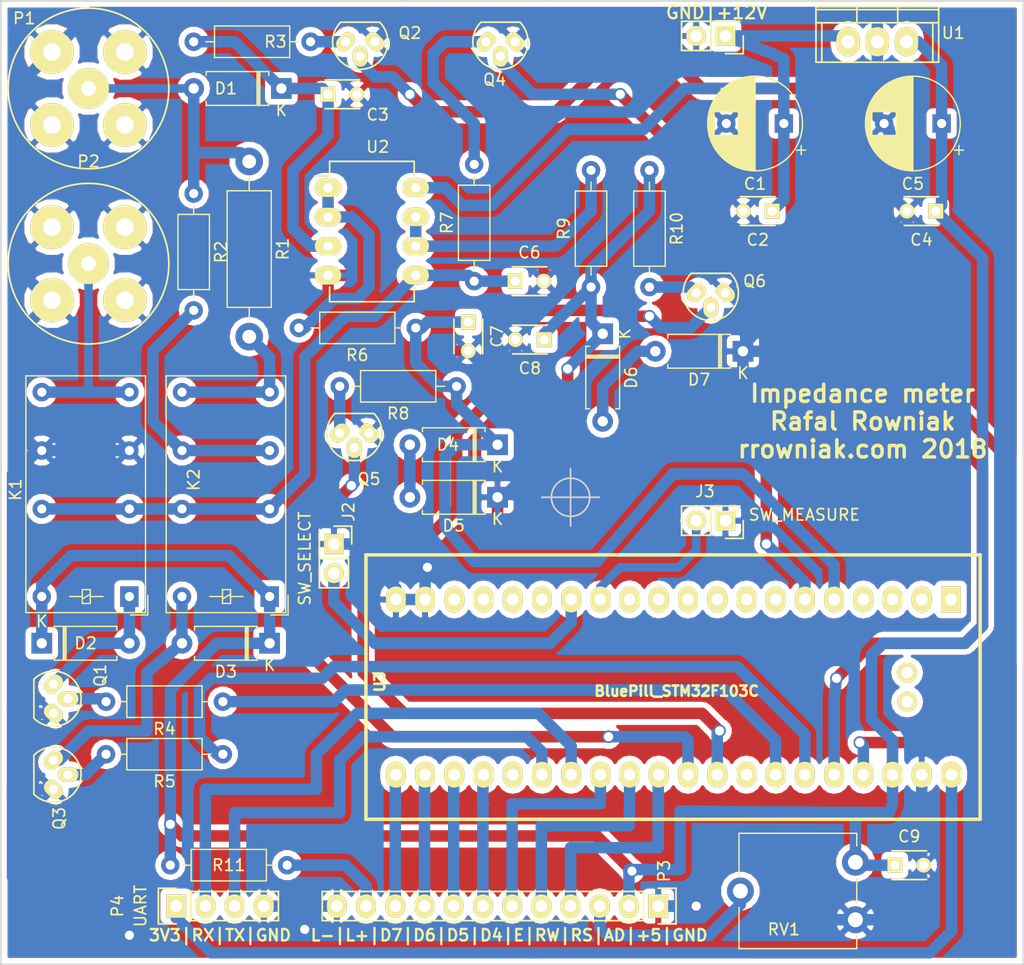
<source format=kicad_pcb>
(kicad_pcb (version 4) (host pcbnew 4.0.2+dfsg1-stable)
  (layers (0 F.Cu signal) (31 B.Cu signal) (34 B.Paste user) (35 F.Paste user) (36 B.SilkS user) (37 F.SilkS user) (38 B.Mask user) (39 F.Mask user) (44 Edge.Cuts user))
  (net 0 "")
  (net 1 +12C)
  (net 2 GND)
  (net 3 "Net-(C3-Pad1)")
  (net 4 +5C)
  (net 5 "Net-(C6-Pad1)")
  (net 6 ACDC1)
  (net 7 ACDC2)
  (net 8 "Net-(D1-Pad2)")
  (net 9 "Net-(D2-Pad2)")
  (net 10 "Net-(D3-Pad2)")
  (net 11 "Net-(D4-Pad2)")
  (net 12 "Net-(D6-Pad2)")
  (net 13 SELECT)
  (net 14 MEASURE)
  (net 15 "Net-(K1-Pad14)")
  (net 16 "Net-(K2-Pad14)")
  (net 17 "Net-(K2-Pad12)")
  (net 18 "Net-(P3-Pad3)")
  (net 19 LCD_RS)
  (net 20 LCD_RW)
  (net 21 LCD_E)
  (net 22 LCD_D4)
  (net 23 LCD_D5)
  (net 24 LCD_D6)
  (net 25 LCD_D7)
  (net 26 "Net-(P3-Pad11)")
  (net 27 VCC3V3)
  (net 28 RX)
  (net 29 TX)
  (net 30 "Net-(Q1-Pad2)")
  (net 31 DISCHARGE1)
  (net 32 "Net-(Q2-Pad3)")
  (net 33 "Net-(Q3-Pad2)")
  (net 34 DISCHARGE2)
  (net 35 "Net-(Q4-Pad3)")
  (net 36 DIV1)
  (net 37 "Net-(Q5-Pad3)")
  (net 38 DIV2)
  (net 39 "Net-(Q6-Pad3)")
  (net 40 REL2)
  (net 41 REL1)
  (net 42 "Net-(R6-Pad2)")
  (net 43 "Net-(R9-Pad2)")
  (net 44 "Net-(U3-Pad1)")
  (net 45 "Net-(U3-Pad2)")
  (net 46 "Net-(U3-Pad3)")
  (net 47 "Net-(U3-Pad4)")
  (net 48 "Net-(U3-Pad7)")
  (net 49 "Net-(U3-Pad8)")
  (net 50 "Net-(U3-Pad9)")
  (net 51 "Net-(U3-Pad10)")
  (net 52 "Net-(U3-Pad11)")
  (net 53 "Net-(U3-Pad12)")
  (net 54 "Net-(U3-Pad15)")
  (net 55 "Net-(U3-Pad16)")
  (net 56 "Net-(U3-Pad17)")
  (net 57 "Net-(U3-Pad18)")
  (net 58 "Net-(U3-Pad25)")
  (net 59 "Net-(U3-Pad33)")
  (net 60 "Net-(U3-Pad41)")
  (net 61 "Net-(U3-Pad42)")
  (module Capacitor_THT:CP_Radial_D8.0mm_P5.00mm (layer F.Cu) (at 146.812 57.658 180)
    (fp_text reference C1 (at 2.5 -5.25 180) (layer F.SilkS))
    (fp_text value 100u)
    (pad 1 thru_hole rect (at 0 0 180) (size 1.6 1.6) (drill 0.8) (layers *.Cu *.Mask) (net 1 +12C))
    (pad 2 thru_hole circle (at 5 0 180) (size 1.6 1.6) (drill 0.8) (layers *.Cu *.Mask) (net 2 GND))
  )
  (module Capacitors_ThroughHole:C_Disc_D3_P2.5 (layer F.Cu) (at 145.796 65.278 180)
    (fp_text reference C2 (at 1.25 -2.5 180) (layer F.SilkS))
    (fp_text value 100n)
    (pad 1 thru_hole rect (at 0 0 180) (size 1.3 1.3) (drill 0.8) (layers *.Cu *.Mask F.SilkS) (net 1 +12C))
    (pad 2 thru_hole circle (at 2.5 0 180) (size 1.3 1.3) (drill 0.8001) (layers *.Cu *.Mask F.SilkS) (net 2 GND))
  )
  (module Capacitors_ThroughHole:C_Disc_D3_P2.5 (layer F.Cu) (at 107.188 55.118)
    (fp_text reference C3 (at 4.318 1.778) (layer F.SilkS))
    (fp_text value 100n)
    (pad 1 thru_hole rect (at 0 0) (size 1.3 1.3) (drill 0.8) (layers *.Cu *.Mask F.SilkS) (net 3 "Net-(C3-Pad1)"))
    (pad 2 thru_hole circle (at 2.5 0) (size 1.3 1.3) (drill 0.8001) (layers *.Cu *.Mask F.SilkS) (net 2 GND))
  )
  (module Capacitors_ThroughHole:C_Disc_D3_P2.5 (layer F.Cu) (at 160.02 65.278 180)
    (fp_text reference C4 (at 1.25 -2.5 180) (layer F.SilkS))
    (fp_text value 100n)
    (pad 1 thru_hole rect (at 0 0 180) (size 1.3 1.3) (drill 0.8) (layers *.Cu *.Mask F.SilkS) (net 4 +5C))
    (pad 2 thru_hole circle (at 2.5 0 180) (size 1.3 1.3) (drill 0.8001) (layers *.Cu *.Mask F.SilkS) (net 2 GND))
  )
  (module Capacitor_THT:CP_Radial_D8.0mm_P5.00mm (layer F.Cu) (at 160.528 57.658 180)
    (fp_text reference C5 (at 2.5 -5.25 180) (layer F.SilkS))
    (fp_text value 100u)
    (pad 1 thru_hole rect (at 0 0 180) (size 1.6 1.6) (drill 0.8) (layers *.Cu *.Mask) (net 4 +5C))
    (pad 2 thru_hole circle (at 5 0 180) (size 1.6 1.6) (drill 0.8) (layers *.Cu *.Mask) (net 2 GND))
  )
  (module Capacitors_ThroughHole:C_Disc_D3_P2.5 (layer F.Cu) (at 123.444 71.374)
    (fp_text reference C6 (at 1.25 -2.5) (layer F.SilkS))
    (fp_text value 100n)
    (pad 1 thru_hole rect (at 0 0) (size 1.3 1.3) (drill 0.8) (layers *.Cu *.Mask F.SilkS) (net 5 "Net-(C6-Pad1)"))
    (pad 2 thru_hole circle (at 2.5 0) (size 1.3 1.3) (drill 0.8001) (layers *.Cu *.Mask F.SilkS) (net 2 GND))
  )
  (module Capacitors_ThroughHole:C_Disc_D3_P2.5 (layer F.Cu) (at 119.38 74.93 270)
    (fp_text reference C7 (at 1.25 -2.5 270) (layer F.SilkS))
    (fp_text value 100n)
    (pad 1 thru_hole rect (at 0 0 270) (size 1.3 1.3) (drill 0.8) (layers *.Cu *.Mask F.SilkS) (net 6 ACDC1))
    (pad 2 thru_hole circle (at 2.5 0 270) (size 1.3 1.3) (drill 0.8001) (layers *.Cu *.Mask F.SilkS) (net 2 GND))
  )
  (module Capacitors_ThroughHole:C_Disc_D3_P2.5 (layer F.Cu) (at 125.984 76.454 180)
    (fp_text reference C8 (at 1.25 -2.5 180) (layer F.SilkS))
    (fp_text value 100n)
    (pad 1 thru_hole rect (at 0 0 180) (size 1.3 1.3) (drill 0.8) (layers *.Cu *.Mask F.SilkS) (net 7 ACDC2))
    (pad 2 thru_hole circle (at 2.5 0 180) (size 1.3 1.3) (drill 0.8001) (layers *.Cu *.Mask F.SilkS) (net 2 GND))
  )
  (module Capacitors_ThroughHole:C_Disc_D3_P2.5 (layer F.Cu) (at 156.464 122.174)
    (fp_text reference C9 (at 1.25 -2.5) (layer F.SilkS))
    (fp_text value 100n)
    (pad 1 thru_hole rect (at 0 0) (size 1.3 1.3) (drill 0.8) (layers *.Cu *.Mask F.SilkS) (net 4 +5C))
    (pad 2 thru_hole circle (at 2.5 0) (size 1.3 1.3) (drill 0.8001) (layers *.Cu *.Mask F.SilkS) (net 2 GND))
  )
  (module Diode_THT:D_A-405_P7.62mm_Horizontal (layer F.Cu) (at 103.124 54.61 180)
    (fp_text reference D1 (at 4.826 0 180) (layer F.SilkS))
    (fp_text value BAT85)
    (fp_text user K (at 0 -1.9 180) (layer F.SilkS))
    (pad 1 thru_hole rect (at 0 0 180) (size 1.8 1.8) (drill 0.9) (layers *.Cu *.Mask) (net 3 "Net-(C3-Pad1)"))
    (pad 2 thru_hole oval (at 7.62 0 180) (size 1.8 1.8) (drill 0.9) (layers *.Cu *.Mask) (net 8 "Net-(D1-Pad2)"))
  )
  (module Diode_THT:D_A-405_P7.62mm_Horizontal (layer F.Cu) (at 82.296 102.87)
    (fp_text reference D2 (at 3.81 0) (layer F.SilkS))
    (fp_text value D)
    (fp_text user K (at 0 -1.9) (layer F.SilkS))
    (pad 1 thru_hole rect (at 0 0) (size 1.8 1.8) (drill 0.9) (layers *.Cu *.Mask) (net 4 +5C))
    (pad 2 thru_hole oval (at 7.62 0) (size 1.8 1.8) (drill 0.9) (layers *.Cu *.Mask) (net 9 "Net-(D2-Pad2)"))
  )
  (module Diode_THT:D_A-405_P7.62mm_Horizontal (layer F.Cu) (at 102.108 102.87 180)
    (fp_text reference D3 (at 3.81 -2.47 180) (layer F.SilkS))
    (fp_text value D)
    (fp_text user K (at 0 -1.9 180) (layer F.SilkS))
    (pad 1 thru_hole rect (at 0 0 180) (size 1.8 1.8) (drill 0.9) (layers *.Cu *.Mask) (net 4 +5C))
    (pad 2 thru_hole oval (at 7.62 0 180) (size 1.8 1.8) (drill 0.9) (layers *.Cu *.Mask) (net 10 "Net-(D3-Pad2)"))
  )
  (module Diode_THT:D_A-405_P7.62mm_Horizontal (layer F.Cu) (at 121.92 85.598 180)
    (fp_text reference D4 (at 4.318 0 180) (layer F.SilkS))
    (fp_text value 3V3)
    (fp_text user K (at 0 -1.9 180) (layer F.SilkS))
    (pad 1 thru_hole rect (at 0 0 180) (size 1.8 1.8) (drill 0.9) (layers *.Cu *.Mask) (net 6 ACDC1))
    (pad 2 thru_hole oval (at 7.62 0 180) (size 1.8 1.8) (drill 0.9) (layers *.Cu *.Mask) (net 11 "Net-(D4-Pad2)"))
  )
  (module Diode_THT:D_A-405_P7.62mm_Horizontal (layer F.Cu) (at 121.92 90.17 180)
    (fp_text reference D5 (at 3.81 -2.47 180) (layer F.SilkS))
    (fp_text value BAT85)
    (fp_text user K (at 0 -1.9 180) (layer F.SilkS))
    (pad 1 thru_hole rect (at 0 0 180) (size 1.8 1.8) (drill 0.9) (layers *.Cu *.Mask) (net 2 GND))
    (pad 2 thru_hole oval (at 7.62 0 180) (size 1.8 1.8) (drill 0.9) (layers *.Cu *.Mask) (net 11 "Net-(D4-Pad2)"))
  )
  (module Diode_THT:D_A-405_P7.62mm_Horizontal (layer F.Cu) (at 131.064 75.946 270)
    (fp_text reference D6 (at 3.81 -2.47 270) (layer F.SilkS))
    (fp_text value 3V3)
    (fp_text user K (at 0 -1.9 270) (layer F.SilkS))
    (pad 1 thru_hole rect (at 0 0 270) (size 1.8 1.8) (drill 0.9) (layers *.Cu *.Mask) (net 7 ACDC2))
    (pad 2 thru_hole oval (at 7.62 0 270) (size 1.8 1.8) (drill 0.9) (layers *.Cu *.Mask) (net 12 "Net-(D6-Pad2)"))
  )
  (module Diode_THT:D_A-405_P7.62mm_Horizontal (layer F.Cu) (at 143.256 77.47 180)
    (fp_text reference D7 (at 3.81 -2.47 180) (layer F.SilkS))
    (fp_text value BAT85)
    (fp_text user K (at 0 -1.9 180) (layer F.SilkS))
    (pad 1 thru_hole rect (at 0 0 180) (size 1.8 1.8) (drill 0.9) (layers *.Cu *.Mask) (net 2 GND))
    (pad 2 thru_hole oval (at 7.62 0 180) (size 1.8 1.8) (drill 0.9) (layers *.Cu *.Mask) (net 12 "Net-(D6-Pad2)"))
  )
  (module Pin_Headers:Pin_Header_Straight_2x01 (layer F.Cu) (at 141.732 50.038 180)
    (fp_text reference J1 (at 0 -5.1 180) (layer F.SilkS))
    (fp_text value PWR)
    (pad 1 thru_hole rect (at 0 0 180) (size 1.7272 1.7272) (drill 1.016) (layers *.Cu *.Mask F.SilkS) (net 1 +12C))
    (pad 2 thru_hole oval (at 2.54 0 180) (size 1.7272 1.7272) (drill 1.016) (layers *.Cu *.Mask F.SilkS) (net 2 GND))
  )
  (module Pin_Headers:Pin_Header_Straight_2x01 (layer F.Cu) (at 107.696 94.234 270)
    (fp_text reference J2 (at -2.794 -1.27 270) (layer F.SilkS))
    (fp_text value SW_SELECT (at 1.27 2.54 270) (layer F.SilkS))
    (pad 1 thru_hole rect (at 0 0 270) (size 1.7272 1.7272) (drill 1.016) (layers *.Cu *.Mask F.SilkS) (net 2 GND))
    (pad 2 thru_hole oval (at 2.54 0 270) (size 1.7272 1.7272) (drill 1.016) (layers *.Cu *.Mask F.SilkS) (net 13 SELECT))
  )
  (module Pin_Headers:Pin_Header_Straight_2x01 (layer F.Cu) (at 141.732 92.202 180)
    (fp_text reference J3 (at 1.778 2.54 180) (layer F.SilkS))
    (fp_text value SW_MEASURE (at -6.858 0.508 180) (layer F.SilkS))
    (pad 1 thru_hole rect (at 0 0 180) (size 1.7272 1.7272) (drill 1.016) (layers *.Cu *.Mask F.SilkS) (net 2 GND))
    (pad 2 thru_hole oval (at 2.54 0 180) (size 1.7272 1.7272) (drill 1.016) (layers *.Cu *.Mask F.SilkS) (net 14 MEASURE))
  )
  (module Relay_THT:Relay_DPDT_Finder_30.22 (layer F.Cu) (at 89.916 98.806 90)
    (fp_text reference K1 (at 9.3 -9.9 90) (layer F.SilkS))
    (fp_text value FINDER-30.22)
    (pad 21 thru_hole circle (at 7.62 -7.62 180) (size 1.6 1.6) (drill 0.8) (layers *.Cu *.Mask) (net 5 "Net-(C6-Pad1)"))
    (pad 22 thru_hole circle (at 12.7 -7.62 180) (size 1.6 1.6) (drill 0.8) (layers *.Cu *.Mask) (net 2 GND))
    (pad 24 thru_hole circle (at 17.78 -7.62 270) (size 1.6 1.6) (drill 0.8) (layers *.Cu *.Mask) (net 15 "Net-(K1-Pad14)"))
    (pad A1 thru_hole rect (at 0 0 180) (size 1.6 1.8) (drill 0.8) (layers *.Cu *.Mask) (net 9 "Net-(D2-Pad2)"))
    (pad A2 thru_hole circle (at 0 -7.62 180) (size 1.6 1.6) (drill 0.8) (layers *.Cu *.Mask) (net 4 +5C))
    (pad 11 thru_hole circle (at 7.62 0 180) (size 1.6 1.6) (drill 0.8) (layers *.Cu *.Mask) (net 5 "Net-(C6-Pad1)"))
    (pad 14 thru_hole circle (at 17.78 0 180) (size 1.6 1.6) (drill 0.8) (layers *.Cu *.Mask) (net 15 "Net-(K1-Pad14)"))
    (pad 12 thru_hole circle (at 12.7 0 180) (size 1.6 1.6) (drill 0.8) (layers *.Cu *.Mask) (net 2 GND))
  )
  (module Relay_THT:Relay_DPDT_Finder_30.22 (layer F.Cu) (at 102.108 98.806 90)
    (fp_text reference K2 (at 10.16 -6.604 90) (layer F.SilkS))
    (fp_text value FINDER-30.22)
    (pad 21 thru_hole circle (at 7.62 -7.62 180) (size 1.6 1.6) (drill 0.8) (layers *.Cu *.Mask) (net 5 "Net-(C6-Pad1)"))
    (pad 22 thru_hole circle (at 12.7 -7.62 180) (size 1.6 1.6) (drill 0.8) (layers *.Cu *.Mask) (net 17 "Net-(K2-Pad12)"))
    (pad 24 thru_hole circle (at 17.78 -7.62 270) (size 1.6 1.6) (drill 0.8) (layers *.Cu *.Mask) (net 16 "Net-(K2-Pad14)"))
    (pad A1 thru_hole rect (at 0 0 180) (size 1.6 1.8) (drill 0.8) (layers *.Cu *.Mask) (net 4 +5C))
    (pad A2 thru_hole circle (at 0 -7.62 180) (size 1.6 1.6) (drill 0.8) (layers *.Cu *.Mask) (net 10 "Net-(D3-Pad2)"))
    (pad 11 thru_hole circle (at 7.62 0 180) (size 1.6 1.6) (drill 0.8) (layers *.Cu *.Mask) (net 5 "Net-(C6-Pad1)"))
    (pad 14 thru_hole circle (at 17.78 0 180) (size 1.6 1.6) (drill 0.8) (layers *.Cu *.Mask) (net 16 "Net-(K2-Pad14)"))
    (pad 12 thru_hole circle (at 12.7 0 180) (size 1.6 1.6) (drill 0.8) (layers *.Cu *.Mask) (net 17 "Net-(K2-Pad12)"))
  )
  (module Pin_Headers:Pin_Header_Straight_1x12 (layer F.Cu) (at 135.89 125.73 270)
    (fp_text reference P3 (at -3.048 -0.508 270) (layer F.SilkS))
    (fp_text value "LCD 16x2")
    (pad 1 thru_hole rect (at 0 0 270) (size 2.032 1.7272) (drill 1.016) (layers *.Cu *.Mask F.SilkS) (net 2 GND))
    (pad 2 thru_hole oval (at 0 2.54 270) (size 2.032 1.7272) (drill 1.016) (layers *.Cu *.Mask F.SilkS) (net 4 +5C))
    (pad 3 thru_hole oval (at 0 5.08 270) (size 2.032 1.7272) (drill 1.016) (layers *.Cu *.Mask F.SilkS) (net 18 "Net-(P3-Pad3)"))
    (pad 4 thru_hole oval (at 0 7.62 270) (size 2.032 1.7272) (drill 1.016) (layers *.Cu *.Mask F.SilkS) (net 19 LCD_RS))
    (pad 5 thru_hole oval (at 0 10.16 270) (size 2.032 1.7272) (drill 1.016) (layers *.Cu *.Mask F.SilkS) (net 20 LCD_RW))
    (pad 6 thru_hole oval (at 0 12.7 270) (size 2.032 1.7272) (drill 1.016) (layers *.Cu *.Mask F.SilkS) (net 21 LCD_E))
    (pad 7 thru_hole oval (at 0 15.24 270) (size 2.032 1.7272) (drill 1.016) (layers *.Cu *.Mask F.SilkS) (net 22 LCD_D4))
    (pad 8 thru_hole oval (at 0 17.78 270) (size 2.032 1.7272) (drill 1.016) (layers *.Cu *.Mask F.SilkS) (net 23 LCD_D5))
    (pad 9 thru_hole oval (at 0 20.32 270) (size 2.032 1.7272) (drill 1.016) (layers *.Cu *.Mask F.SilkS) (net 24 LCD_D6))
    (pad 10 thru_hole oval (at 0 22.86 270) (size 2.032 1.7272) (drill 1.016) (layers *.Cu *.Mask F.SilkS) (net 25 LCD_D7))
    (pad 11 thru_hole oval (at 0 25.4 270) (size 2.032 1.7272) (drill 1.016) (layers *.Cu *.Mask F.SilkS) (net 26 "Net-(P3-Pad11)"))
    (pad 12 thru_hole oval (at 0 27.94 270) (size 2.032 1.7272) (drill 1.016) (layers *.Cu *.Mask F.SilkS) (net 2 GND))
  )
  (module Pin_Headers:Pin_Header_Straight_1x04 (layer F.Cu) (at 93.98 125.73 90)
    (fp_text reference P4 (at 0 -5.1 90) (layer F.SilkS))
    (fp_text value UART (at 0 -3.1 90) (layer F.SilkS))
    (pad 1 thru_hole rect (at 0 0 90) (size 2.032 1.7272) (drill 1.016) (layers *.Cu *.Mask F.SilkS) (net 27 VCC3V3))
    (pad 2 thru_hole oval (at 0 2.54 90) (size 2.032 1.7272) (drill 1.016) (layers *.Cu *.Mask F.SilkS) (net 28 RX))
    (pad 3 thru_hole oval (at 0 5.08 90) (size 2.032 1.7272) (drill 1.016) (layers *.Cu *.Mask F.SilkS) (net 29 TX))
    (pad 4 thru_hole oval (at 0 7.62 90) (size 2.032 1.7272) (drill 1.016) (layers *.Cu *.Mask F.SilkS) (net 2 GND))
  )
  (module TO_SOT_Packages_THT:TO-92_Molded_Narrow_Oval (layer F.Cu) (at 83.312 106.426 270)
    (fp_text reference Q1 (at -0.762 -4.064 270) (layer F.SilkS))
    (fp_text value BC547)
    (pad 2 thru_hole oval (at 1.27 -1.27) (size 1.80086 1.30048) (drill 0.8) (layers *.Cu *.Mask F.SilkS) (net 30 "Net-(Q1-Pad2)"))
    (pad 1 thru_hole oval (at 0 0 315) (size 1.30048 1.80086) (drill 0.8) (layers *.Cu *.Mask F.SilkS) (net 9 "Net-(D2-Pad2)"))
    (pad 3 thru_hole oval (at 2.54 0 315) (size 1.80086 1.30048) (drill 0.8) (layers *.Cu *.Mask F.SilkS) (net 2 GND))
  )
  (module TO_SOT_Packages_THT:TO-92_Molded_Narrow_Oval (layer F.Cu) (at 111.252 50.546 180)
    (fp_text reference Q2 (at -3.048 0.762 180) (layer F.SilkS))
    (fp_text value 2N7000)
    (pad 2 thru_hole oval (at 1.27 -1.27 270) (size 1.80086 1.30048) (drill 0.8) (layers *.Cu *.Mask F.SilkS) (net 31 DISCHARGE1))
    (pad 1 thru_hole oval (at 0 0 225) (size 1.30048 1.80086) (drill 0.8) (layers *.Cu *.Mask F.SilkS) (net 2 GND))
    (pad 3 thru_hole oval (at 2.54 0 225) (size 1.80086 1.30048) (drill 0.8) (layers *.Cu *.Mask F.SilkS) (net 32 "Net-(Q2-Pad3)"))
  )
  (module TO_SOT_Packages_THT:TO-92_Molded_Narrow_Oval (layer F.Cu) (at 83.312 113.03 270)
    (fp_text reference Q3 (at 5.08 -0.508 270) (layer F.SilkS))
    (fp_text value BC547)
    (pad 2 thru_hole oval (at 1.27 -1.27) (size 1.80086 1.30048) (drill 0.8) (layers *.Cu *.Mask F.SilkS) (net 33 "Net-(Q3-Pad2)"))
    (pad 1 thru_hole oval (at 0 0 315) (size 1.30048 1.80086) (drill 0.8) (layers *.Cu *.Mask F.SilkS) (net 10 "Net-(D3-Pad2)"))
    (pad 3 thru_hole oval (at 2.54 0 315) (size 1.80086 1.30048) (drill 0.8) (layers *.Cu *.Mask F.SilkS) (net 2 GND))
  )
  (module TO_SOT_Packages_THT:TO-92_Molded_Narrow_Oval (layer F.Cu) (at 123.444 50.546 180)
    (fp_text reference Q4 (at 1.778 -3.302 180) (layer F.SilkS))
    (fp_text value 2N7000)
    (pad 2 thru_hole oval (at 1.27 -1.27 270) (size 1.80086 1.30048) (drill 0.8) (layers *.Cu *.Mask F.SilkS) (net 34 DISCHARGE2))
    (pad 1 thru_hole oval (at 0 0 225) (size 1.30048 1.80086) (drill 0.8) (layers *.Cu *.Mask F.SilkS) (net 2 GND))
    (pad 3 thru_hole oval (at 2.54 0 225) (size 1.80086 1.30048) (drill 0.8) (layers *.Cu *.Mask F.SilkS) (net 35 "Net-(Q4-Pad3)"))
  )
  (module TO_SOT_Packages_THT:TO-92_Molded_Narrow_Oval (layer F.Cu) (at 110.744 84.582 180)
    (fp_text reference Q5 (at 0 -4 180) (layer F.SilkS))
    (fp_text value 2N7000)
    (pad 2 thru_hole oval (at 1.27 -1.27 270) (size 1.80086 1.30048) (drill 0.8) (layers *.Cu *.Mask F.SilkS) (net 36 DIV1))
    (pad 1 thru_hole oval (at 0 0 225) (size 1.30048 1.80086) (drill 0.8) (layers *.Cu *.Mask F.SilkS) (net 2 GND))
    (pad 3 thru_hole oval (at 2.54 0 225) (size 1.80086 1.30048) (drill 0.8) (layers *.Cu *.Mask F.SilkS) (net 37 "Net-(Q5-Pad3)"))
  )
  (module TO_SOT_Packages_THT:TO-92_Molded_Narrow_Oval (layer F.Cu) (at 141.732 72.39 180)
    (fp_text reference Q6 (at -2.54 1.016 180) (layer F.SilkS))
    (fp_text value 2N7000)
    (pad 2 thru_hole oval (at 1.27 -1.27 270) (size 1.80086 1.30048) (drill 0.8) (layers *.Cu *.Mask F.SilkS) (net 38 DIV2))
    (pad 1 thru_hole oval (at 0 0 225) (size 1.30048 1.80086) (drill 0.8) (layers *.Cu *.Mask F.SilkS) (net 2 GND))
    (pad 3 thru_hole oval (at 2.54 0 225) (size 1.80086 1.30048) (drill 0.8) (layers *.Cu *.Mask F.SilkS) (net 39 "Net-(Q6-Pad3)"))
  )
  (module Resistor_THT:R_Axial_DIN0411_L9.9mm_D3.6mm_P15.24mm_Horizontal (layer F.Cu) (at 100.33 60.96 270)
    (fp_text reference R1 (at 7.62 -2.92 270) (layer F.SilkS))
    (fp_text value 50)
    (pad 1 thru_hole circle (at 0 0 270) (size 2.4 2.4) (drill 1.2) (layers *.Cu *.Mask) (net 8 "Net-(D1-Pad2)"))
    (pad 2 thru_hole oval (at 15.24 0 270) (size 2.4 2.4) (drill 1.2) (layers *.Cu *.Mask) (net 16 "Net-(K2-Pad14)"))
  )
  (module Resistor_THT:R_Axial_DIN0207_L6.3mm_D2.5mm_P10.16mm_Horizontal (layer F.Cu) (at 95.504 63.754 270)
    (fp_text reference R2 (at 5.08 -2.37 270) (layer F.SilkS))
    (fp_text value 4k7)
    (pad 1 thru_hole circle (at 0 0 270) (size 1.6 1.6) (drill 0.8) (layers *.Cu *.Mask) (net 8 "Net-(D1-Pad2)"))
    (pad 2 thru_hole oval (at 10.16 0 270) (size 1.6 1.6) (drill 0.8) (layers *.Cu *.Mask) (net 17 "Net-(K2-Pad12)"))
  )
  (module Resistor_THT:R_Axial_DIN0207_L6.3mm_D2.5mm_P10.16mm_Horizontal (layer F.Cu) (at 95.504 50.546)
    (fp_text reference R3 (at 7.112 0) (layer F.SilkS))
    (fp_text value 1k)
    (pad 1 thru_hole circle (at 0 0) (size 1.6 1.6) (drill 0.8) (layers *.Cu *.Mask) (net 3 "Net-(C3-Pad1)"))
    (pad 2 thru_hole oval (at 10.16 0) (size 1.6 1.6) (drill 0.8) (layers *.Cu *.Mask) (net 32 "Net-(Q2-Pad3)"))
  )
  (module Resistor_THT:R_Axial_DIN0207_L6.3mm_D2.5mm_P10.16mm_Horizontal (layer F.Cu) (at 98.044 107.95 180)
    (fp_text reference R4 (at 5.08 -2.37 180) (layer F.SilkS))
    (fp_text value 1k)
    (pad 1 thru_hole circle (at 0 0 180) (size 1.6 1.6) (drill 0.8) (layers *.Cu *.Mask) (net 40 REL2))
    (pad 2 thru_hole oval (at 10.16 0 180) (size 1.6 1.6) (drill 0.8) (layers *.Cu *.Mask) (net 30 "Net-(Q1-Pad2)"))
  )
  (module Resistor_THT:R_Axial_DIN0207_L6.3mm_D2.5mm_P10.16mm_Horizontal (layer F.Cu) (at 98.044 112.522 180)
    (fp_text reference R5 (at 5.08 -2.37 180) (layer F.SilkS))
    (fp_text value 1k)
    (pad 1 thru_hole circle (at 0 0 180) (size 1.6 1.6) (drill 0.8) (layers *.Cu *.Mask) (net 41 REL1))
    (pad 2 thru_hole oval (at 10.16 0 180) (size 1.6 1.6) (drill 0.8) (layers *.Cu *.Mask) (net 33 "Net-(Q3-Pad2)"))
  )
  (module Resistor_THT:R_Axial_DIN0207_L6.3mm_D2.5mm_P10.16mm_Horizontal (layer F.Cu) (at 114.808 75.438 180)
    (fp_text reference R6 (at 5.08 -2.37 180) (layer F.SilkS))
    (fp_text value 1k)
    (pad 1 thru_hole circle (at 0 0 180) (size 1.6 1.6) (drill 0.8) (layers *.Cu *.Mask) (net 6 ACDC1))
    (pad 2 thru_hole oval (at 10.16 0 180) (size 1.6 1.6) (drill 0.8) (layers *.Cu *.Mask) (net 42 "Net-(R6-Pad2)"))
  )
  (module Resistor_THT:R_Axial_DIN0207_L6.3mm_D2.5mm_P10.16mm_Horizontal (layer F.Cu) (at 119.888 71.374 90)
    (fp_text reference R7 (at 5.08 -2.37 90) (layer F.SilkS))
    (fp_text value 1k)
    (pad 1 thru_hole circle (at 0 0 90) (size 1.6 1.6) (drill 0.8) (layers *.Cu *.Mask) (net 5 "Net-(C6-Pad1)"))
    (pad 2 thru_hole oval (at 10.16 0 90) (size 1.6 1.6) (drill 0.8) (layers *.Cu *.Mask) (net 35 "Net-(Q4-Pad3)"))
  )
  (module Resistor_THT:R_Axial_DIN0207_L6.3mm_D2.5mm_P10.16mm_Horizontal (layer F.Cu) (at 118.364 80.518 180)
    (fp_text reference R8 (at 5.08 -2.37 180) (layer F.SilkS))
    (fp_text value 2k2)
    (pad 1 thru_hole circle (at 0 0 180) (size 1.6 1.6) (drill 0.8) (layers *.Cu *.Mask) (net 6 ACDC1))
    (pad 2 thru_hole oval (at 10.16 0 180) (size 1.6 1.6) (drill 0.8) (layers *.Cu *.Mask) (net 37 "Net-(Q5-Pad3)"))
  )
  (module Resistor_THT:R_Axial_DIN0207_L6.3mm_D2.5mm_P10.16mm_Horizontal (layer F.Cu) (at 130.048 71.882 90)
    (fp_text reference R9 (at 5.08 -2.37 90) (layer F.SilkS))
    (fp_text value 1k)
    (pad 1 thru_hole circle (at 0 0 90) (size 1.6 1.6) (drill 0.8) (layers *.Cu *.Mask) (net 7 ACDC2))
    (pad 2 thru_hole oval (at 10.16 0 90) (size 1.6 1.6) (drill 0.8) (layers *.Cu *.Mask) (net 43 "Net-(R9-Pad2)"))
  )
  (module Resistor_THT:R_Axial_DIN0207_L6.3mm_D2.5mm_P10.16mm_Horizontal (layer F.Cu) (at 135.128 61.722 270)
    (fp_text reference R10 (at 5.08 -2.37 270) (layer F.SilkS))
    (fp_text value 2k2)
    (pad 1 thru_hole circle (at 0 0 270) (size 1.6 1.6) (drill 0.8) (layers *.Cu *.Mask) (net 7 ACDC2))
    (pad 2 thru_hole oval (at 10.16 0 270) (size 1.6 1.6) (drill 0.8) (layers *.Cu *.Mask) (net 39 "Net-(Q6-Pad3)"))
  )
  (module Resistor_THT:R_Axial_DIN0207_L6.3mm_D2.5mm_P10.16mm_Horizontal (layer F.Cu) (at 103.632 122.174 180)
    (fp_text reference R11 (at 5.08 0 180) (layer F.SilkS))
    (fp_text value 1k)
    (pad 1 thru_hole circle (at 0 0 180) (size 1.6 1.6) (drill 0.8) (layers *.Cu *.Mask) (net 26 "Net-(P3-Pad11)"))
    (pad 2 thru_hole oval (at 10.16 0 180) (size 1.6 1.6) (drill 0.8) (layers *.Cu *.Mask) (net 4 +5C))
  )
  (module Potentiometer_THT:Potentiometer_ACP_CA9-V10_Vertical (layer F.Cu) (at 153.035 121.92 180)
    (fp_text reference RV1 (at 6.223 -5.842 180) (layer F.SilkS))
    (fp_text value 1k)
    (pad 3 thru_hole circle (at 0 -5 180) (size 2.34 2.34) (drill 1.3) (layers *.Cu *.Mask) (net 2 GND))
    (pad 2 thru_hole circle (at 10 -2.5 180) (size 2.34 2.34) (drill 1.3) (layers *.Cu *.Mask) (net 18 "Net-(P3-Pad3)"))
    (pad 1 thru_hole circle (at 0 0 180) (size 2.34 2.34) (drill 1.3) (layers *.Cu *.Mask) (net 4 +5C))
  )
  (module Power_Integrations:TO-220 (layer F.Cu) (at 154.94 50.546)
    (fp_text reference U1 (at 6.604 -0.762) (layer F.SilkS))
    (fp_text value LM7805CT)
    (pad 2 thru_hole oval (at 0 0) (size 2.032 2.54) (drill 1.143) (layers *.Cu *.Mask F.SilkS) (net 2 GND))
    (pad 3 thru_hole oval (at 2.54 0) (size 2.032 2.54) (drill 1.143) (layers *.Cu *.Mask F.SilkS) (net 4 +5C))
    (pad 1 thru_hole oval (at -2.54 0) (size 2.032 2.54) (drill 1.143) (layers *.Cu *.Mask F.SilkS) (net 1 +12C))
  )
  (module BluePill_breakouts:BluePill_STM32F103C (layer F.Cu) (at 161.29 99.06 270)
    (fp_text reference U3 (at 7.1628 49.6062 450) (layer F.SilkS) (effects (font (size 0.889 0.889) (thickness 0.3048))))
    (fp_text value BluePill_STM32F103C (at 7.9756 23.7998 360) (layer F.SilkS) (effects (font (size 0.889 0.889) (thickness 0.22225))))
    (pad 1 thru_hole rect (at 0 -0.0508 180) (size 1.7272 2.25) (drill 1.016) (layers *.Cu *.Mask F.SilkS) (net 44 "Net-(U3-Pad1)"))
    (pad 2 thru_hole oval (at 0 2.4892 180) (size 1.7272 2.25) (drill 1.016) (layers *.Cu *.Mask F.SilkS) (net 45 "Net-(U3-Pad2)"))
    (pad 3 thru_hole oval (at 0 5.0292 180) (size 1.7272 2.25) (drill 1.016) (layers *.Cu *.Mask F.SilkS) (net 46 "Net-(U3-Pad3)"))
    (pad 4 thru_hole oval (at 0 7.5692 180) (size 1.7272 2.25) (drill 1.016) (layers *.Cu *.Mask F.SilkS) (net 47 "Net-(U3-Pad4)"))
    (pad 5 thru_hole oval (at 0 10.1092 180) (size 1.7272 2.25) (drill 1.016) (layers *.Cu *.Mask F.SilkS) (net 6 ACDC1))
    (pad 6 thru_hole oval (at 0 12.6492 180) (size 1.7272 2.25) (drill 1.016) (layers *.Cu *.Mask F.SilkS) (net 7 ACDC2))
    (pad 7 thru_hole oval (at 0 15.1892 180) (size 1.7272 2.25) (drill 1.016) (layers *.Cu *.Mask F.SilkS) (net 48 "Net-(U3-Pad7)"))
    (pad 8 thru_hole oval (at 0 17.7292 180) (size 1.7272 2.25) (drill 1.016) (layers *.Cu *.Mask F.SilkS) (net 49 "Net-(U3-Pad8)"))
    (pad 9 thru_hole oval (at 0 20.2692 180) (size 1.7272 2.25) (drill 1.016) (layers *.Cu *.Mask F.SilkS) (net 50 "Net-(U3-Pad9)"))
    (pad 10 thru_hole oval (at 0 22.8092 180) (size 1.7272 2.25) (drill 1.016) (layers *.Cu *.Mask F.SilkS) (net 51 "Net-(U3-Pad10)"))
    (pad 11 thru_hole oval (at 0 25.3492 180) (size 1.7272 2.25) (drill 1.016) (layers *.Cu *.Mask F.SilkS) (net 52 "Net-(U3-Pad11)"))
    (pad 12 thru_hole oval (at 0 27.8892 180) (size 1.7272 2.25) (drill 1.016) (layers *.Cu *.Mask F.SilkS) (net 53 "Net-(U3-Pad12)"))
    (pad 13 thru_hole oval (at 0 30.4292 180) (size 1.7272 2.25) (drill 1.016) (layers *.Cu *.Mask F.SilkS) (net 14 MEASURE))
    (pad 14 thru_hole oval (at 0 32.9692 180) (size 1.7272 2.25) (drill 1.016) (layers *.Cu *.Mask F.SilkS) (net 13 SELECT))
    (pad 15 thru_hole oval (at 0 35.5092 180) (size 1.7272 2.25) (drill 1.016) (layers *.Cu *.Mask F.SilkS) (net 54 "Net-(U3-Pad15)"))
    (pad 16 thru_hole oval (at 0 38.0492 180) (size 1.7272 2.25) (drill 1.016) (layers *.Cu *.Mask F.SilkS) (net 55 "Net-(U3-Pad16)"))
    (pad 17 thru_hole oval (at 0 40.5892 180) (size 1.7272 2.25) (drill 1.016) (layers *.Cu *.Mask F.SilkS) (net 56 "Net-(U3-Pad17)"))
    (pad 18 thru_hole oval (at 0 43.1292 180) (size 1.7272 2.25) (drill 1.016) (layers *.Cu *.Mask F.SilkS) (net 57 "Net-(U3-Pad18)"))
    (pad 19 thru_hole oval (at 0 45.6692 180) (size 1.7272 2.25) (drill 1.016) (layers *.Cu *.Mask F.SilkS) (net 2 GND))
    (pad 20 thru_hole oval (at 0 48.2092 180) (size 1.7272 2.25) (drill 1.016) (layers *.Cu *.Mask F.SilkS) (net 2 GND))
    (pad 21 thru_hole oval (at 15.24 48.2092) (size 1.7272 2.25) (drill 1.016) (layers *.Cu *.Mask F.SilkS) (net 25 LCD_D7))
    (pad 22 thru_hole oval (at 15.24 45.6692) (size 1.7272 2.25) (drill 1.016) (layers *.Cu *.Mask F.SilkS) (net 24 LCD_D6))
    (pad 23 thru_hole oval (at 15.24 43.1292) (size 1.7272 2.25) (drill 1.016) (layers *.Cu *.Mask F.SilkS) (net 23 LCD_D5))
    (pad 24 thru_hole oval (at 15.24 40.5892) (size 1.7272 2.25) (drill 1.016) (layers *.Cu *.Mask F.SilkS) (net 22 LCD_D4))
    (pad 25 thru_hole oval (at 15.24 38.0492) (size 1.7272 2.25) (drill 1.016) (layers *.Cu *.Mask F.SilkS) (net 58 "Net-(U3-Pad25)"))
    (pad 26 thru_hole oval (at 15.24 35.5092) (size 1.7272 2.25) (drill 1.016) (layers *.Cu *.Mask F.SilkS) (net 29 TX))
    (pad 27 thru_hole oval (at 15.24 32.9692) (size 1.7272 2.25) (drill 1.016) (layers *.Cu *.Mask F.SilkS) (net 28 RX))
    (pad 28 thru_hole oval (at 15.24 30.4292) (size 1.7272 2.25) (drill 1.016) (layers *.Cu *.Mask F.SilkS) (net 21 LCD_E))
    (pad 29 thru_hole oval (at 15.24 27.8892) (size 1.7272 2.25) (drill 1.016) (layers *.Cu *.Mask F.SilkS) (net 20 LCD_RW))
    (pad 30 thru_hole oval (at 15.24 25.3492) (size 1.7272 2.25) (drill 1.016) (layers *.Cu *.Mask F.SilkS) (net 19 LCD_RS))
    (pad 31 thru_hole oval (at 15.24 22.8092) (size 1.7272 2.25) (drill 1.016) (layers *.Cu *.Mask F.SilkS) (net 36 DIV1))
    (pad 32 thru_hole oval (at 15.24 20.2692) (size 1.7272 2.25) (drill 1.016) (layers *.Cu *.Mask F.SilkS) (net 38 DIV2))
    (pad 33 thru_hole oval (at 15.24 17.7292) (size 1.7272 2.25) (drill 1.016) (layers *.Cu *.Mask F.SilkS) (net 59 "Net-(U3-Pad33)"))
    (pad 34 thru_hole oval (at 15.24 15.1892) (size 1.7272 2.25) (drill 1.016) (layers *.Cu *.Mask F.SilkS) (net 40 REL2))
    (pad 35 thru_hole oval (at 15.24 12.6492) (size 1.7272 2.25) (drill 1.016) (layers *.Cu *.Mask F.SilkS) (net 41 REL1))
    (pad 36 thru_hole oval (at 15.24 10.1092) (size 1.7272 2.25) (drill 1.016) (layers *.Cu *.Mask F.SilkS) (net 34 DISCHARGE2))
    (pad 37 thru_hole oval (at 15.24 7.5692) (size 1.7272 2.25) (drill 1.016) (layers *.Cu *.Mask F.SilkS) (net 31 DISCHARGE1))
    (pad 38 thru_hole oval (at 15.24 5.0292) (size 1.7272 2.25) (drill 1.016) (layers *.Cu *.Mask F.SilkS) (net 4 +5C))
    (pad 39 thru_hole oval (at 15.24 2.4892) (size 1.7272 2.25) (drill 1.016) (layers *.Cu *.Mask F.SilkS) (net 2 GND))
    (pad 40 thru_hole oval (at 15.24 -0.1016) (size 1.7272 2.25) (drill 1.016) (layers *.Cu *.Mask F.SilkS) (net 27 VCC3V3))
    (pad 41 thru_hole oval (at 8.9 3.7592) (size 1.7272 1.7272) (drill 1.016) (layers *.Cu *.Mask F.SilkS) (net 60 "Net-(U3-Pad41)"))
    (pad 42 thru_hole oval (at 6.36 3.7592) (size 1.7272 1.7272) (drill 1.016) (layers *.Cu *.Mask F.SilkS) (net 61 "Net-(U3-Pad42)"))
  )
  (module Housings_DIP:DIP-8_W7.62mm_LongPads (layer F.Cu) (at 107.188 63.246)
    (fp_text reference U2 (at 4.318 -3.556) (layer F.SilkS))
    (fp_text value LM358N)
    (pad 1 thru_hole oval (at 0 0) (size 2.3 1.6) (drill 0.8) (layers *.Cu *.Mask F.SilkS) (net 42 "Net-(R6-Pad2)"))
    (pad 2 thru_hole oval (at 0 2.54) (size 2.3 1.6) (drill 0.8) (layers *.Cu *.Mask F.SilkS) (net 42 "Net-(R6-Pad2)"))
    (pad 3 thru_hole oval (at 0 5.08) (size 2.3 1.6) (drill 0.8) (layers *.Cu *.Mask F.SilkS) (net 3 "Net-(C3-Pad1)"))
    (pad 4 thru_hole oval (at 0 7.62) (size 2.3 1.6) (drill 0.8) (layers *.Cu *.Mask F.SilkS) (net 2 GND))
    (pad 5 thru_hole oval (at 7.62 7.62) (size 2.3 1.6) (drill 0.8) (layers *.Cu *.Mask F.SilkS) (net 5 "Net-(C6-Pad1)"))
    (pad 6 thru_hole oval (at 7.62 5.08) (size 2.3 1.6) (drill 0.8) (layers *.Cu *.Mask F.SilkS) (net 43 "Net-(R9-Pad2)"))
    (pad 7 thru_hole oval (at 7.62 2.54) (size 2.3 1.6) (drill 0.8) (layers *.Cu *.Mask F.SilkS) (net 43 "Net-(R9-Pad2)"))
    (pad 8 thru_hole oval (at 7.62 0) (size 2.3 1.6) (drill 0.8) (layers *.Cu *.Mask F.SilkS) (net 1 +12C))
  )
  (module Connect:bnc-ci (layer F.Cu) (at 86.36 54.61)
    (fp_text reference P1 (at -5.588 -6.096) (layer F.SilkS))
    (fp_text value INPUT)
    (pad 2 thru_hole circle (at -3.175 -3.175) (size 3.81 3.81) (drill 1.524) (layers *.Cu *.Mask F.SilkS) (net 2 GND))
    (pad 1 thru_hole circle (at 0 0) (size 3.556 3.556) (drill 1.27) (layers *.Cu *.Mask F.SilkS) (net 8 "Net-(D1-Pad2)"))
    (pad 2 thru_hole circle (at 3.175 -3.175) (size 3.81 3.81) (drill 1.524) (layers *.Cu *.Mask F.SilkS) (net 2 GND))
    (pad 2 thru_hole circle (at -3.175 3.175) (size 3.81 3.81) (drill 1.524) (layers *.Cu *.Mask F.SilkS) (net 2 GND))
    (pad 2 thru_hole circle (at 3.175 3.175) (size 3.81 3.81) (drill 1.524) (layers *.Cu *.Mask F.SilkS) (net 2 GND))
  )
  (module Connect:bnc-ci (layer F.Cu) (at 86.36 69.85)
    (fp_text reference P2 (at 0 -8.89) (layer F.SilkS))
    (fp_text value OUTPUT)
    (pad 2 thru_hole circle (at -3.175 -3.175) (size 3.81 3.81) (drill 1.524) (layers *.Cu *.Mask F.SilkS) (net 2 GND))
    (pad 1 thru_hole circle (at 0 0) (size 3.556 3.556) (drill 1.27) (layers *.Cu *.Mask F.SilkS) (net 15 "Net-(K1-Pad14)"))
    (pad 2 thru_hole circle (at 3.175 -3.175) (size 3.81 3.81) (drill 1.524) (layers *.Cu *.Mask F.SilkS) (net 2 GND))
    (pad 2 thru_hole circle (at -3.175 3.175) (size 3.81 3.81) (drill 1.524) (layers *.Cu *.Mask F.SilkS) (net 2 GND))
    (pad 2 thru_hole circle (at 3.175 3.175) (size 3.81 3.81) (drill 1.524) (layers *.Cu *.Mask F.SilkS) (net 2 GND))
  )
  (gr_text GND|+12V (at 140.97 48.006) (layer F.SilkS) (effects (font (size 1.1 1.1) (thickness 0.2))))
  (gr_text "Impedance meter\nRafal Rowniak\nrrowniak.com 2018" (at 153.67 83.566) (layer F.SilkS) (effects (font (size 1.5 1.5) (thickness 0.3))))
  (gr_text L-|L+|D7|D6|D5|D4|E|RW|RS|AD|+5|GND (at 122.936 128.27) (layer F.SilkS) (effects (font (size 1 1) (thickness 0.2))))
  (gr_text 3V3|RX|TX|GND (at 97.79 128.27) (layer F.SilkS) (effects (font (size 1 1) (thickness 0.2))))
  (gr_line (start 167.64 46.99) (end 78.74 46.99) (angle 90) (layer Edge.Cuts) (width 0.15))
  (gr_line (start 167.64 130.81) (end 167.64 46.99) (angle 90) (layer Edge.Cuts) (width 0.15))
  (gr_line (start 78.74 130.81) (end 167.64 130.81) (angle 90) (layer Edge.Cuts) (width 0.15))
  (gr_line (start 78.74 46.99) (end 78.74 130.81) (angle 90) (layer Edge.Cuts) (width 0.15))
  (target plus (at 128.27 90.17) (size 5) (width 0.15) (layer Edge.Cuts))
  (segment (start 114.808 63.246) (end 117.348 63.246) (width 1) (layer B.Cu) (net 1))
  (segment (start 138.176 54.61) (end 146.812 54.61) (width 1) (layer B.Cu) (net 1))
  (segment (start 134.62 58.166) (end 138.176 54.61) (width 1) (layer B.Cu) (net 1))
  (segment (start 128.016 58.166) (end 134.62 58.166) (width 1) (layer B.Cu) (net 1))
  (segment (start 121.412 64.77) (end 128.016 58.166) (width 1) (layer B.Cu) (net 1))
  (segment (start 118.872 64.77) (end 121.412 64.77) (width 1) (layer B.Cu) (net 1))
  (segment (start 117.348 63.246) (end 118.872 64.77) (width 1) (layer B.Cu) (net 1))
  (segment (start 146.812 57.658) (end 146.812 64.262) (width 1) (layer B.Cu) (net 1))
  (segment (start 146.812 64.262) (end 145.796 65.278) (width 1) (layer B.Cu) (net 1))
  (segment (start 141.732 50.038) (end 145.796 51.562) (width 1) (layer B.Cu) (net 1))
  (segment (start 146.812 52.07) (end 146.812 54.61) (width 1) (layer B.Cu) (net 1))
  (segment (start 146.812 54.61) (end 146.812 57.658) (width 1) (layer B.Cu) (net 1))
  (segment (start 145.796 51.562) (end 146.812 52.07) (width 1) (layer B.Cu) (net 1))
  (segment (start 141.732 50.038) (end 151.892 50.038) (width 1) (layer B.Cu) (net 1))
  (segment (start 151.892 50.038) (end 152.4 50.546) (width 1) (layer B.Cu) (net 1))
  (segment (start 125.944 71.374) (end 125.944 63.206) (width 1) (layer F.Cu) (net 2))
  (segment (start 110.744 70.866) (end 107.188 70.866) (width 1) (layer F.Cu) (net 2))
  (segment (start 110.744 62.23) (end 110.744 70.866) (width 1) (layer F.Cu) (net 2))
  (segment (start 113.792 59.182) (end 110.744 62.23) (width 1) (layer F.Cu) (net 2))
  (segment (start 121.92 59.182) (end 113.792 59.182) (width 1) (layer F.Cu) (net 2))
  (segment (start 125.944 63.206) (end 121.92 59.182) (width 1) (layer F.Cu) (net 2))
  (segment (start 83.312 115.57) (end 79.756 115.57) (width 1) (layer B.Cu) (net 2))
  (segment (start 79.756 115.57) (end 79.756 116.078) (width 1) (layer B.Cu) (net 2))
  (segment (start 123.484 76.454) (end 123.484 81.534) (width 1) (layer B.Cu) (net 2))
  (segment (start 123.484 81.534) (end 123.952 82.002) (width 1) (layer B.Cu) (net 2))
  (segment (start 123.952 82.002) (end 123.952 82.042) (width 1) (layer B.Cu) (net 2))
  (segment (start 123.952 82.042) (end 123.952 82.002) (width 1) (layer B.Cu) (net 2))
  (segment (start 123.444 50.546) (end 125.984 48.006) (width 1) (layer B.Cu) (net 2))
  (segment (start 111.252 50.546) (end 113.792 48.006) (width 1) (layer B.Cu) (net 2))
  (segment (start 119.38 77.43) (end 111.72 77.43) (width 1) (layer F.Cu) (net 2))
  (segment (start 107.188 72.898) (end 107.188 70.866) (width 1) (layer F.Cu) (net 2))
  (segment (start 111.72 77.43) (end 107.188 72.898) (width 1) (layer F.Cu) (net 2))
  (segment (start 115.6208 99.06) (end 115.6208 96.4692) (width 1) (layer B.Cu) (net 2))
  (segment (start 121.92 93.218) (end 121.92 90.17) (width 1) (layer F.Cu) (net 2))
  (segment (start 119.888 95.25) (end 121.92 93.218) (width 1) (layer F.Cu) (net 2))
  (segment (start 116.84 95.25) (end 119.888 95.25) (width 1) (layer F.Cu) (net 2))
  (segment (start 115.824 96.266) (end 116.84 95.25) (width 1) (layer F.Cu) (net 2))
  (via (at 115.824 96.266) (size 1.1) (drill 0.8) (layers F.Cu B.Cu) (net 2))
  (segment (start 115.6208 96.4692) (end 115.824 96.266) (width 1) (layer B.Cu) (net 2))
  (segment (start 113.0808 99.06) (end 115.6208 99.06) (width 1) (layer B.Cu) (net 2))
  (segment (start 124.968 84.582) (end 128.016 84.582) (width 1) (layer B.Cu) (net 2))
  (segment (start 143.256 81.026) (end 143.256 77.47) (width 1) (layer B.Cu) (net 2))
  (segment (start 141.224 83.058) (end 143.256 81.026) (width 1) (layer B.Cu) (net 2))
  (segment (start 136.144 83.058) (end 141.224 83.058) (width 1) (layer B.Cu) (net 2))
  (segment (start 132.588 86.614) (end 136.144 83.058) (width 1) (layer B.Cu) (net 2))
  (segment (start 130.048 86.614) (end 132.588 86.614) (width 1) (layer B.Cu) (net 2))
  (segment (start 128.016 84.582) (end 130.048 86.614) (width 1) (layer B.Cu) (net 2))
  (segment (start 154.94 50.546) (end 154.94 57.07) (width 1) (layer B.Cu) (net 2))
  (segment (start 154.94 57.07) (end 155.956 58.086) (width 1) (layer B.Cu) (net 2))
  (segment (start 155.956 58.086) (end 155.956 63.714) (width 1) (layer B.Cu) (net 2))
  (segment (start 155.956 63.714) (end 157.52 65.278) (width 1) (layer B.Cu) (net 2))
  (segment (start 157.52 65.278) (end 157.52 69.81) (width 1) (layer B.Cu) (net 2))
  (segment (start 149.86 77.47) (end 143.256 77.47) (width 1) (layer B.Cu) (net 2))
  (segment (start 157.52 69.81) (end 149.86 77.47) (width 1) (layer B.Cu) (net 2))
  (segment (start 82.296 86.106) (end 81.788 86.106) (width 1) (layer B.Cu) (net 2))
  (segment (start 81.788 86.106) (end 80.264 84.582) (width 1) (layer B.Cu) (net 2))
  (segment (start 80.264 75.946) (end 83.185 73.025) (width 1) (layer B.Cu) (net 2))
  (segment (start 80.264 84.582) (end 80.264 75.946) (width 1) (layer B.Cu) (net 2))
  (segment (start 83.185 73.025) (end 82.931 73.025) (width 1) (layer B.Cu) (net 2))
  (segment (start 82.931 73.025) (end 80.264 70.358) (width 1) (layer B.Cu) (net 2))
  (segment (start 80.264 70.358) (end 80.264 54.356) (width 1) (layer B.Cu) (net 2))
  (segment (start 80.264 54.356) (end 86.614 48.006) (width 1) (layer B.Cu) (net 2))
  (segment (start 86.614 48.006) (end 113.792 48.006) (width 1) (layer B.Cu) (net 2))
  (segment (start 113.792 48.006) (end 125.984 48.006) (width 1) (layer B.Cu) (net 2))
  (segment (start 125.984 48.006) (end 141.224 48.006) (width 1) (layer B.Cu) (net 2))
  (segment (start 141.224 48.006) (end 139.446 48.006) (width 1) (layer B.Cu) (net 2))
  (segment (start 79.756 108.458) (end 79.756 116.078) (width 1) (layer B.Cu) (net 2))
  (segment (start 79.756 116.078) (end 79.756 123.19) (width 1) (layer B.Cu) (net 2))
  (segment (start 104.14 127.762) (end 105.156 127.762) (width 1) (layer F.Cu) (net 2))
  (segment (start 103.632 128.27) (end 104.14 127.762) (width 1) (layer F.Cu) (net 2))
  (segment (start 89.916 128.27) (end 103.632 128.27) (width 1) (layer F.Cu) (net 2))
  (via (at 89.916 128.27) (size 1.1) (drill 0.8) (layers F.Cu B.Cu) (net 2))
  (segment (start 84.836 128.27) (end 89.916 128.27) (width 1) (layer B.Cu) (net 2))
  (segment (start 79.756 123.19) (end 84.836 128.27) (width 1) (layer B.Cu) (net 2))
  (segment (start 139.446 48.006) (end 139.446 48.006) (width 1) (layer B.Cu) (net 2))
  (segment (start 154.94 48.514) (end 154.94 50.546) (width 1) (layer B.Cu) (net 2))
  (segment (start 154.432 48.006) (end 154.94 48.514) (width 1) (layer B.Cu) (net 2))
  (segment (start 143.764 48.006) (end 154.432 48.006) (width 1) (layer B.Cu) (net 2))
  (segment (start 139.446 48.006) (end 143.764 48.006) (width 1) (layer B.Cu) (net 2))
  (segment (start 113.0808 99.06) (end 113.0808 98.0948) (width 1) (layer B.Cu) (net 2))
  (segment (start 113.0808 98.0948) (end 109.22 94.234) (width 1) (layer B.Cu) (net 2))
  (segment (start 109.22 94.234) (end 107.696 94.234) (width 1) (layer B.Cu) (net 2))
  (segment (start 143.256 77.47) (end 143.256 76.962) (width 1) (layer B.Cu) (net 2))
  (segment (start 143.256 76.962) (end 144.272 75.946) (width 1) (layer B.Cu) (net 2))
  (segment (start 144.272 75.946) (end 144.272 73.914) (width 1) (layer B.Cu) (net 2))
  (segment (start 144.272 73.914) (end 142.748 72.39) (width 1) (layer B.Cu) (net 2))
  (segment (start 142.748 72.39) (end 141.732 72.39) (width 1) (layer B.Cu) (net 2))
  (segment (start 121.92 90.17) (end 122.428 90.17) (width 1) (layer B.Cu) (net 2))
  (segment (start 122.428 90.17) (end 124.968 87.63) (width 1) (layer B.Cu) (net 2))
  (segment (start 124.968 87.63) (end 124.968 84.582) (width 1) (layer B.Cu) (net 2))
  (segment (start 124.968 84.582) (end 124.968 83.018) (width 1) (layer B.Cu) (net 2))
  (segment (start 124.968 83.018) (end 123.952 82.002) (width 1) (layer B.Cu) (net 2))
  (segment (start 123.952 82.002) (end 119.38 77.43) (width 1) (layer B.Cu) (net 2))
  (segment (start 82.296 86.106) (end 89.916 86.106) (width 1) (layer B.Cu) (net 2))
  (segment (start 81.788 86.106) (end 79.756 88.138) (width 1) (layer B.Cu) (net 2))
  (segment (start 79.756 88.138) (end 79.756 108.458) (width 1) (layer B.Cu) (net 2))
  (segment (start 79.756 108.458) (end 80.264 108.966) (width 1) (layer B.Cu) (net 2))
  (segment (start 80.264 108.966) (end 83.312 108.966) (width 1) (layer B.Cu) (net 2))
  (segment (start 153.035 126.92) (end 150.542 126.92) (width 1) (layer B.Cu) (net 2))
  (segment (start 150.542 126.92) (end 148.844 125.222) (width 1) (layer B.Cu) (net 2))
  (segment (start 148.844 125.222) (end 148.844 121.158) (width 1) (layer B.Cu) (net 2))
  (segment (start 148.844 121.158) (end 148.336 120.65) (width 1) (layer B.Cu) (net 2))
  (segment (start 148.336 120.65) (end 140.208 120.65) (width 1) (layer B.Cu) (net 2))
  (segment (start 140.208 120.65) (end 140.208 124.714) (width 1) (layer B.Cu) (net 2))
  (segment (start 140.208 124.714) (end 139.192 125.73) (width 1) (layer B.Cu) (net 2))
  (segment (start 139.192 125.73) (end 135.89 125.73) (width 1) (layer B.Cu) (net 2))
  (segment (start 139.192 125.73) (end 135.89 125.73) (width 1) (layer B.Cu) (net 2))
  (segment (start 105.156 125.73) (end 105.156 127.762) (width 1) (layer B.Cu) (net 2))
  (via (at 105.156 127.762) (size 1.1) (drill 0.8) (layers F.Cu B.Cu) (net 2))
  (segment (start 105.156 127.762) (end 105.664 128.27) (width 1) (layer F.Cu) (net 2))
  (segment (start 136.652 128.27) (end 139.192 125.73) (width 1) (layer F.Cu) (net 2))
  (segment (start 105.664 128.27) (end 136.652 128.27) (width 1) (layer F.Cu) (net 2))
  (via (at 139.192 125.73) (size 1.1) (drill 0.8) (layers F.Cu B.Cu) (net 2))
  (segment (start 101.6 125.73) (end 105.156 125.73) (width 1) (layer B.Cu) (net 2))
  (segment (start 105.156 125.73) (end 107.95 125.73) (width 1) (layer B.Cu) (net 2))
  (segment (start 158.8008 125.7732) (end 158.8008 114.3) (width 1) (layer B.Cu) (net 2))
  (segment (start 139.192 125.73) (end 140.208 124.714) (width 1) (layer B.Cu) (net 2))
  (segment (start 140.208 124.714) (end 140.208 120.65) (width 1) (layer B.Cu) (net 2))
  (segment (start 140.208 120.65) (end 148.336 120.65) (width 1) (layer B.Cu) (net 2))
  (segment (start 148.336 120.65) (end 148.844 121.158) (width 1) (layer B.Cu) (net 2))
  (segment (start 148.844 121.158) (end 148.844 125.222) (width 1) (layer B.Cu) (net 2))
  (segment (start 148.844 125.222) (end 150.542 126.92) (width 1) (layer B.Cu) (net 2))
  (segment (start 150.542 126.92) (end 157.654 126.92) (width 1) (layer B.Cu) (net 2))
  (segment (start 157.654 126.92) (end 158.8008 125.7732) (width 1) (layer B.Cu) (net 2))
  (segment (start 135.89 125.73) (end 135.636 125.73) (width 1) (layer B.Cu) (net 2))
  (segment (start 107.188 55.118) (end 107.188 58.674) (width 1) (layer B.Cu) (net 3))
  (segment (start 105.664 68.326) (end 107.188 68.326) (width 1) (layer B.Cu) (net 3))
  (segment (start 104.14 66.802) (end 105.664 68.326) (width 1) (layer B.Cu) (net 3))
  (segment (start 104.14 61.722) (end 104.14 66.802) (width 1) (layer B.Cu) (net 3))
  (segment (start 107.188 58.674) (end 104.14 61.722) (width 1) (layer B.Cu) (net 3))
  (segment (start 103.124 54.61) (end 106.68 54.61) (width 1) (layer B.Cu) (net 3))
  (segment (start 106.68 54.61) (end 107.188 55.118) (width 1) (layer B.Cu) (net 3))
  (segment (start 95.504 50.546) (end 99.06 50.546) (width 1) (layer B.Cu) (net 3))
  (segment (start 99.06 50.546) (end 103.124 54.61) (width 1) (layer B.Cu) (net 3))
  (segment (start 156.464 122.174) (end 153.289 122.174) (width 1) (layer B.Cu) (net 4))
  (segment (start 153.289 122.174) (end 153.035 121.92) (width 1) (layer B.Cu) (net 4))
  (segment (start 156.2608 114.3) (end 156.2608 111.3028) (width 1) (layer B.Cu) (net 4))
  (segment (start 156.2608 111.3028) (end 154.432 109.474) (width 1) (layer B.Cu) (net 4))
  (segment (start 164.084 69.342) (end 160.02 65.278) (width 1) (layer B.Cu) (net 4))
  (segment (start 164.084 101.346) (end 164.084 69.342) (width 1) (layer B.Cu) (net 4))
  (segment (start 162.56 102.87) (end 164.084 101.346) (width 1) (layer B.Cu) (net 4))
  (segment (start 155.448 102.87) (end 162.56 102.87) (width 1) (layer B.Cu) (net 4))
  (segment (start 154.432 103.886) (end 155.448 102.87) (width 1) (layer B.Cu) (net 4))
  (segment (start 154.432 109.474) (end 154.432 103.886) (width 1) (layer B.Cu) (net 4))
  (segment (start 160.528 57.658) (end 160.528 64.77) (width 1) (layer B.Cu) (net 4))
  (segment (start 160.528 64.77) (end 160.02 65.278) (width 1) (layer B.Cu) (net 4))
  (segment (start 157.48 50.546) (end 158.496 50.546) (width 1) (layer B.Cu) (net 4))
  (segment (start 158.496 50.546) (end 160.528 52.578) (width 1) (layer B.Cu) (net 4))
  (segment (start 160.528 52.578) (end 160.528 57.658) (width 1) (layer B.Cu) (net 4))
  (via (at 93.472 118.618) (size 1.1) (drill 0.8) (layers F.Cu B.Cu) (net 4))
  (segment (start 133.35 122.682) (end 133.604 122.682) (width 1) (layer B.Cu) (net 4))
  (via (at 133.604 122.682) (size 1.1) (drill 0.8) (layers F.Cu B.Cu) (net 4))
  (segment (start 130.556 119.634) (end 133.604 122.682) (width 1) (layer F.Cu) (net 4))
  (segment (start 94.488 119.634) (end 130.556 119.634) (width 1) (layer F.Cu) (net 4))
  (segment (start 94.488 119.634) (end 93.472 118.618) (width 1) (layer F.Cu) (net 4))
  (segment (start 102.108 102.87) (end 97.536 102.87) (width 1) (layer B.Cu) (net 4))
  (segment (start 97.536 102.87) (end 93.472 106.934) (width 1) (layer B.Cu) (net 4))
  (segment (start 93.472 106.934) (end 93.472 118.618) (width 1) (layer B.Cu) (net 4))
  (segment (start 93.472 118.618) (end 93.472 122.174) (width 1) (layer B.Cu) (net 4))
  (segment (start 82.296 98.806) (end 82.296 97.79) (width 1) (layer B.Cu) (net 4))
  (segment (start 98.552 95.25) (end 102.108 98.806) (width 1) (layer B.Cu) (net 4))
  (segment (start 84.836 95.25) (end 98.552 95.25) (width 1) (layer B.Cu) (net 4))
  (segment (start 82.296 97.79) (end 84.836 95.25) (width 1) (layer B.Cu) (net 4))
  (segment (start 102.108 98.806) (end 102.108 102.87) (width 1) (layer B.Cu) (net 4))
  (segment (start 82.296 98.806) (end 82.296 102.87) (width 1) (layer B.Cu) (net 4))
  (segment (start 153.035 121.92) (end 153.035 117.581573) (width 1) (layer B.Cu) (net 4))
  (segment (start 152.908 117.602) (end 152.908 117.580685) (width 1) (layer B.Cu) (net 4))
  (segment (start 153.014573 117.602) (end 152.908 117.602) (width 1) (layer B.Cu) (net 4))
  (segment (start 153.035 117.581573) (end 153.014573 117.602) (width 1) (layer B.Cu) (net 4))
  (segment (start 133.35 125.73) (end 133.35 122.682) (width 1) (layer B.Cu) (net 4))
  (segment (start 133.35 122.682) (end 133.35 122.555) (width 1) (layer B.Cu) (net 4))
  (segment (start 156.2608 116.8908) (end 156.2608 114.3) (width 1) (layer B.Cu) (net 4))
  (segment (start 155.956 117.602) (end 156.2608 116.8908) (width 1) (layer B.Cu) (net 4))
  (segment (start 137.795 117.475) (end 152.908 117.580685) (width 1) (layer B.Cu) (net 4))
  (segment (start 152.908 117.580685) (end 155.956 117.602) (width 1) (layer B.Cu) (net 4))
  (segment (start 137.795 122.555) (end 137.795 117.475) (width 1) (layer B.Cu) (net 4))
  (segment (start 133.35 122.555) (end 137.795 122.555) (width 1) (layer B.Cu) (net 4))
  (segment (start 123.444 71.374) (end 119.888 71.374) (width 1) (layer B.Cu) (net 5))
  (segment (start 119.888 71.374) (end 119.38 70.866) (width 1) (layer B.Cu) (net 5))
  (segment (start 119.38 70.866) (end 114.808 70.866) (width 1) (layer B.Cu) (net 5))
  (segment (start 114.808 70.866) (end 115.824 70.866) (width 1) (layer B.Cu) (net 5))
  (segment (start 102.108 91.186) (end 105.156 88.138) (width 1) (layer B.Cu) (net 5))
  (segment (start 111.252 74.422) (end 114.808 70.866) (width 1) (layer B.Cu) (net 5))
  (segment (start 108.712 74.422) (end 111.252 74.422) (width 1) (layer B.Cu) (net 5))
  (segment (start 105.156 77.978) (end 108.712 74.422) (width 1) (layer B.Cu) (net 5))
  (segment (start 105.156 88.138) (end 105.156 77.978) (width 1) (layer B.Cu) (net 5))
  (segment (start 82.296 91.186) (end 89.916 91.186) (width 1) (layer B.Cu) (net 5))
  (segment (start 89.916 91.186) (end 94.488 91.186) (width 1) (layer B.Cu) (net 5))
  (segment (start 94.488 91.186) (end 102.108 91.186) (width 1) (layer B.Cu) (net 5))
  (segment (start 121.92 85.598) (end 118.364 85.598) (width 1) (layer B.Cu) (net 6))
  (segment (start 151.1808 96.0628) (end 151.1808 99.06) (width 1) (layer B.Cu) (net 6))
  (segment (start 143.256 88.138) (end 151.1808 96.0628) (width 1) (layer B.Cu) (net 6))
  (segment (start 137.16 88.138) (end 143.256 88.138) (width 1) (layer B.Cu) (net 6))
  (segment (start 130.556 95.758) (end 137.16 88.138) (width 1) (layer B.Cu) (net 6))
  (segment (start 119.888 95.758) (end 130.556 95.758) (width 1) (layer B.Cu) (net 6))
  (segment (start 117.348 92.71) (end 119.888 95.758) (width 1) (layer B.Cu) (net 6))
  (segment (start 117.348 86.614) (end 117.348 92.71) (width 1) (layer B.Cu) (net 6))
  (segment (start 118.364 85.598) (end 117.348 86.614) (width 1) (layer B.Cu) (net 6))
  (segment (start 118.364 80.518) (end 118.364 82.042) (width 1) (layer B.Cu) (net 6))
  (segment (start 118.364 82.042) (end 121.92 85.598) (width 1) (layer B.Cu) (net 6))
  (segment (start 118.364 80.518) (end 116.84 80.518) (width 1) (layer B.Cu) (net 6))
  (segment (start 114.808 78.486) (end 114.808 75.438) (width 1) (layer B.Cu) (net 6))
  (segment (start 116.84 80.518) (end 114.808 78.486) (width 1) (layer B.Cu) (net 6))
  (segment (start 114.808 75.438) (end 115.316 75.438) (width 1) (layer B.Cu) (net 6))
  (segment (start 115.316 75.438) (end 115.824 74.93) (width 1) (layer B.Cu) (net 6))
  (segment (start 115.824 74.93) (end 119.38 74.93) (width 1) (layer B.Cu) (net 6))
  (segment (start 131.064 75.946) (end 128.016 78.994) (width 1) (layer B.Cu) (net 7))
  (segment (start 148.6408 97.5868) (end 148.6408 99.06) (width 1) (layer B.Cu) (net 7))
  (segment (start 145.288 94.234) (end 148.6408 97.5868) (width 1) (layer B.Cu) (net 7))
  (via (at 145.288 94.234) (size 1.1) (drill 0.8) (layers F.Cu B.Cu) (net 7))
  (segment (start 145.288 86.614) (end 145.288 94.234) (width 1) (layer F.Cu) (net 7))
  (segment (start 144.78 86.106) (end 145.288 86.614) (width 1) (layer F.Cu) (net 7))
  (segment (start 128.524 86.106) (end 144.78 86.106) (width 1) (layer F.Cu) (net 7))
  (segment (start 128.016 85.598) (end 128.524 86.106) (width 1) (layer F.Cu) (net 7))
  (segment (start 128.016 78.994) (end 128.016 85.598) (width 1) (layer F.Cu) (net 7))
  (via (at 128.016 78.994) (size 1.1) (drill 0.8) (layers F.Cu B.Cu) (net 7))
  (segment (start 130.048 71.882) (end 130.048 74.93) (width 1) (layer B.Cu) (net 7))
  (segment (start 130.048 74.93) (end 131.064 75.946) (width 1) (layer B.Cu) (net 7))
  (segment (start 125.984 76.454) (end 125.984 75.946) (width 1) (layer B.Cu) (net 7))
  (segment (start 125.984 75.946) (end 130.048 71.882) (width 1) (layer B.Cu) (net 7))
  (segment (start 130.048 71.882) (end 130.048 70.358) (width 1) (layer B.Cu) (net 7))
  (segment (start 135.128 65.278) (end 135.128 61.722) (width 1) (layer B.Cu) (net 7))
  (segment (start 130.048 70.358) (end 135.128 65.278) (width 1) (layer B.Cu) (net 7))
  (segment (start 95.504 60.198) (end 99.568 60.198) (width 1) (layer B.Cu) (net 8))
  (segment (start 99.568 60.198) (end 100.33 60.96) (width 1) (layer B.Cu) (net 8))
  (segment (start 95.504 54.61) (end 95.504 60.198) (width 1) (layer B.Cu) (net 8))
  (segment (start 95.504 60.198) (end 95.504 63.754) (width 1) (layer B.Cu) (net 8))
  (segment (start 86.36 54.61) (end 95.504 54.61) (width 0.75) (layer B.Cu) (net 8))
  (segment (start 83.312 106.426) (end 86.868 102.87) (width 1) (layer B.Cu) (net 9))
  (segment (start 86.868 102.87) (end 89.916 102.87) (width 1) (layer B.Cu) (net 9))
  (segment (start 89.916 98.806) (end 89.916 102.87) (width 1) (layer B.Cu) (net 9))
  (segment (start 83.312 113.03) (end 83.82 113.03) (width 1) (layer B.Cu) (net 10))
  (segment (start 83.82 113.03) (end 86.36 110.49) (width 1) (layer B.Cu) (net 10))
  (segment (start 86.36 110.49) (end 91.44 110.49) (width 1) (layer B.Cu) (net 10))
  (segment (start 91.44 110.49) (end 91.44 105.41) (width 1) (layer B.Cu) (net 10))
  (segment (start 91.44 105.41) (end 94.488 102.87) (width 1) (layer B.Cu) (net 10))
  (segment (start 94.488 98.806) (end 94.488 102.87) (width 1) (layer B.Cu) (net 10))
  (segment (start 114.3 85.598) (end 114.3 90.17) (width 1) (layer B.Cu) (net 11))
  (segment (start 135.636 77.47) (end 134.112 77.47) (width 1) (layer B.Cu) (net 12))
  (segment (start 131.064 80.518) (end 131.064 83.566) (width 1) (layer B.Cu) (net 12))
  (segment (start 134.112 77.47) (end 131.064 80.518) (width 1) (layer B.Cu) (net 12))
  (segment (start 107.696 96.774) (end 107.696 99.314) (width 1) (layer B.Cu) (net 13))
  (segment (start 128.3208 101.0412) (end 128.3208 99.06) (width 1) (layer B.Cu) (net 13))
  (segment (start 126.492 102.87) (end 128.3208 101.0412) (width 1) (layer B.Cu) (net 13))
  (segment (start 111.252 102.87) (end 126.492 102.87) (width 1) (layer B.Cu) (net 13))
  (segment (start 107.696 99.314) (end 111.252 102.87) (width 1) (layer B.Cu) (net 13))
  (segment (start 130.8608 99.06) (end 130.8608 97.9932) (width 0.75) (layer B.Cu) (net 14))
  (segment (start 130.8608 97.9932) (end 132.588 96.266) (width 0.75) (layer B.Cu) (net 14))
  (segment (start 132.588 96.266) (end 137.668 96.266) (width 0.75) (layer B.Cu) (net 14))
  (segment (start 137.668 96.266) (end 139.192 94.742) (width 0.75) (layer B.Cu) (net 14))
  (segment (start 139.192 94.742) (end 139.192 92.202) (width 0.75) (layer B.Cu) (net 14))
  (segment (start 86.36 69.85) (end 86.36 81.026) (width 0.75) (layer B.Cu) (net 15))
  (segment (start 82.296 81.026) (end 86.36 81.026) (width 1) (layer B.Cu) (net 15))
  (segment (start 86.36 81.026) (end 89.916 81.026) (width 1) (layer B.Cu) (net 15))
  (segment (start 102.108 81.026) (end 102.108 77.978) (width 1) (layer B.Cu) (net 16))
  (segment (start 102.108 77.978) (end 100.33 76.2) (width 1) (layer B.Cu) (net 16))
  (segment (start 94.488 81.026) (end 102.108 81.026) (width 1) (layer B.Cu) (net 16))
  (segment (start 94.488 86.106) (end 102.108 86.106) (width 1) (layer B.Cu) (net 17))
  (segment (start 94.488 86.106) (end 91.948 83.566) (width 1) (layer B.Cu) (net 17))
  (segment (start 91.948 77.47) (end 95.504 73.914) (width 1) (layer B.Cu) (net 17))
  (segment (start 91.948 83.566) (end 91.948 77.47) (width 1) (layer B.Cu) (net 17))
  (segment (start 143.035 124.42) (end 143.035 125.57) (width 1) (layer B.Cu) (net 18))
  (segment (start 143.035 125.57) (end 140.335 128.27) (width 1) (layer B.Cu) (net 18))
  (segment (start 130.81 127.635) (end 130.81 125.73) (width 1) (layer B.Cu) (net 18))
  (segment (start 131.445 128.27) (end 130.81 127.635) (width 1) (layer B.Cu) (net 18))
  (segment (start 140.335 128.27) (end 131.445 128.27) (width 1) (layer B.Cu) (net 18))
  (segment (start 135.89 116.8908) (end 135.89 114.3508) (width 1) (layer B.Cu) (net 19))
  (segment (start 135.89 114.3508) (end 135.9408 114.3) (width 1) (layer B.Cu) (net 19))
  (segment (start 128.27 125.73) (end 128.27 120.65) (width 1) (layer B.Cu) (net 19))
  (segment (start 135.89 119.38) (end 135.89 116.8908) (width 1) (layer B.Cu) (net 19))
  (segment (start 135.89 120.65) (end 135.89 119.38) (width 1) (layer B.Cu) (net 19))
  (segment (start 128.27 120.65) (end 135.89 120.65) (width 1) (layer B.Cu) (net 19))
  (segment (start 135.89 116.8908) (end 135.9408 116.84) (width 1) (layer B.Cu) (net 19))
  (segment (start 133.4008 114.3) (end 133.4008 116.84) (width 1) (layer B.Cu) (net 20))
  (segment (start 133.35 118.745) (end 133.4008 116.84) (width 1) (layer B.Cu) (net 20))
  (segment (start 133.35 118.745) (end 133.35 118.745) (width 1) (layer B.Cu) (net 20))
  (segment (start 125.73 118.745) (end 133.35 118.745) (width 1) (layer B.Cu) (net 20))
  (segment (start 125.73 119.38) (end 125.73 118.745) (width 1) (layer B.Cu) (net 20))
  (segment (start 125.73 119.38) (end 125.73 125.73) (width 1) (layer B.Cu) (net 20))
  (segment (start 130.8608 114.3) (end 130.8608 116.84) (width 1) (layer B.Cu) (net 21))
  (segment (start 123.19 119.38) (end 123.19 116.84) (width 1) (layer B.Cu) (net 21))
  (segment (start 123.19 116.84) (end 125.73 116.84) (width 1) (layer B.Cu) (net 21))
  (segment (start 125.73 116.84) (end 130.175 116.84) (width 1) (layer B.Cu) (net 21))
  (segment (start 130.175 116.84) (end 130.8608 116.84) (width 1) (layer B.Cu) (net 21))
  (segment (start 123.19 119.38) (end 123.19 125.73) (width 1) (layer B.Cu) (net 21))
  (segment (start 120.65 116.8908) (end 120.65 114.3508) (width 1) (layer B.Cu) (net 22))
  (segment (start 120.65 114.3508) (end 120.7008 114.3) (width 1) (layer B.Cu) (net 22))
  (segment (start 120.65 125.73) (end 120.65 116.8908) (width 1) (layer B.Cu) (net 22))
  (segment (start 120.65 116.8908) (end 120.7008 116.84) (width 1) (layer B.Cu) (net 22))
  (segment (start 118.11 116.8908) (end 118.11 114.3508) (width 1) (layer B.Cu) (net 23))
  (segment (start 118.11 114.3508) (end 118.1608 114.3) (width 1) (layer B.Cu) (net 23))
  (segment (start 118.11 125.73) (end 118.11 116.8908) (width 1) (layer B.Cu) (net 23))
  (segment (start 118.11 116.8908) (end 118.1608 116.84) (width 1) (layer B.Cu) (net 23))
  (segment (start 115.57 117.475) (end 115.57 114.3508) (width 1) (layer B.Cu) (net 24))
  (segment (start 115.57 114.3508) (end 115.6208 114.3) (width 1) (layer B.Cu) (net 24))
  (segment (start 115.57 125.73) (end 115.57 117.475) (width 1) (layer B.Cu) (net 24))
  (segment (start 115.57 117.475) (end 115.57 116.8908) (width 1) (layer B.Cu) (net 24))
  (segment (start 115.57 116.8908) (end 115.6208 116.84) (width 1) (layer B.Cu) (net 24))
  (segment (start 113.03 116.8908) (end 113.03 114.3508) (width 1) (layer B.Cu) (net 25))
  (segment (start 113.03 114.3508) (end 113.0808 114.3) (width 1) (layer B.Cu) (net 25))
  (segment (start 113.03 125.73) (end 113.03 116.8908) (width 1) (layer B.Cu) (net 25))
  (segment (start 113.03 116.8908) (end 113.0808 116.84) (width 1) (layer B.Cu) (net 25))
  (segment (start 113.03 116.8908) (end 113.0808 116.84) (width 0.25) (layer B.Cu) (net 25))
  (segment (start 103.632 122.174) (end 108.712 122.174) (width 1) (layer B.Cu) (net 26))
  (segment (start 110.49 123.952) (end 110.49 125.73) (width 1) (layer B.Cu) (net 26))
  (segment (start 108.712 122.174) (end 110.49 123.952) (width 1) (layer B.Cu) (net 26))
  (segment (start 93.98 125.73) (end 93.98 126.746) (width 1) (layer B.Cu) (net 27))
  (segment (start 93.98 126.746) (end 97.028 129.794) (width 1) (layer B.Cu) (net 27))
  (segment (start 97.028 129.794) (end 159.512 129.794) (width 1) (layer B.Cu) (net 27))
  (segment (start 159.512 129.794) (end 161.3916 127.9144) (width 1) (layer B.Cu) (net 27))
  (segment (start 161.3916 127.9144) (end 161.3916 114.3) (width 1) (layer B.Cu) (net 27))
  (segment (start 96.52 125.73) (end 96.52 121.158) (width 1) (layer B.Cu) (net 28))
  (segment (start 128.3208 111.8108) (end 128.3208 114.3) (width 1) (layer B.Cu) (net 28))
  (segment (start 125.476 108.966) (end 128.3208 111.8108) (width 1) (layer B.Cu) (net 28))
  (segment (start 109.728 108.966) (end 125.476 108.966) (width 1) (layer B.Cu) (net 28))
  (segment (start 106.172 112.522) (end 109.728 108.966) (width 1) (layer B.Cu) (net 28))
  (segment (start 106.172 115.57) (end 106.172 112.522) (width 1) (layer B.Cu) (net 28))
  (segment (start 100.584 115.57) (end 106.172 115.57) (width 1) (layer B.Cu) (net 28))
  (segment (start 96.52 115.57) (end 100.584 115.57) (width 1) (layer B.Cu) (net 28))
  (segment (start 96.52 121.158) (end 96.52 115.57) (width 1) (layer B.Cu) (net 28))
  (segment (start 99.06 125.73) (end 99.06 121.666) (width 1) (layer B.Cu) (net 29))
  (segment (start 125.7808 112.3188) (end 125.7808 114.3) (width 1) (layer B.Cu) (net 29))
  (segment (start 124.46 110.998) (end 125.7808 112.3188) (width 1) (layer B.Cu) (net 29))
  (segment (start 110.236 110.998) (end 124.46 110.998) (width 1) (layer B.Cu) (net 29))
  (segment (start 108.204 113.03) (end 110.236 110.998) (width 1) (layer B.Cu) (net 29))
  (segment (start 108.204 117.602) (end 108.204 113.03) (width 1) (layer B.Cu) (net 29))
  (segment (start 99.06 117.602) (end 108.204 117.602) (width 1) (layer B.Cu) (net 29))
  (segment (start 99.06 119.126) (end 99.06 117.602) (width 1) (layer B.Cu) (net 29))
  (segment (start 99.06 121.666) (end 99.06 119.126) (width 1) (layer B.Cu) (net 29))
  (segment (start 84.582 107.696) (end 87.63 107.696) (width 1) (layer B.Cu) (net 30))
  (segment (start 87.63 107.696) (end 87.884 107.95) (width 1) (layer B.Cu) (net 30))
  (segment (start 109.982 51.816) (end 109.982 52.324) (width 1) (layer B.Cu) (net 31))
  (segment (start 109.982 52.324) (end 111.252 53.594) (width 1) (layer B.Cu) (net 31))
  (segment (start 111.252 53.594) (end 112.776 53.594) (width 1) (layer B.Cu) (net 31))
  (segment (start 112.776 53.594) (end 114.3 55.118) (width 1) (layer B.Cu) (net 31))
  (via (at 114.3 55.118) (size 1.1) (drill 0.8) (layers F.Cu B.Cu) (net 31))
  (segment (start 114.3 55.118) (end 115.824 56.642) (width 1) (layer F.Cu) (net 31))
  (segment (start 115.824 56.642) (end 127 56.642) (width 1) (layer F.Cu) (net 31))
  (segment (start 127 56.642) (end 131.572 52.07) (width 1) (layer F.Cu) (net 31))
  (segment (start 131.572 52.07) (end 137.16 52.07) (width 1) (layer F.Cu) (net 31))
  (segment (start 137.16 52.07) (end 139.7 54.61) (width 1) (layer F.Cu) (net 31))
  (segment (start 139.7 54.61) (end 148.336 54.61) (width 1) (layer F.Cu) (net 31))
  (segment (start 148.336 54.61) (end 151.384 57.658) (width 1) (layer F.Cu) (net 31))
  (segment (start 151.384 57.658) (end 151.384 71.882) (width 1) (layer F.Cu) (net 31))
  (segment (start 151.384 71.882) (end 165.608 86.106) (width 1) (layer F.Cu) (net 31))
  (segment (start 165.608 86.106) (end 166.116 87.63) (width 1) (layer F.Cu) (net 31))
  (segment (start 166.116 87.63) (end 166.116 103.886) (width 1) (layer F.Cu) (net 31))
  (segment (start 166.116 103.886) (end 160.528 111.506) (width 1) (layer F.Cu) (net 31))
  (segment (start 160.528 111.506) (end 153.416 111.506) (width 1) (layer F.Cu) (net 31))
  (via (at 153.416 111.506) (size 1.1) (drill 0.8) (layers F.Cu B.Cu) (net 31))
  (segment (start 153.416 111.506) (end 153.7208 111.8108) (width 1) (layer B.Cu) (net 31))
  (segment (start 153.7208 111.8108) (end 153.7208 114.3) (width 1) (layer B.Cu) (net 31))
  (segment (start 105.664 50.546) (end 108.712 50.546) (width 1) (layer B.Cu) (net 32))
  (segment (start 84.582 114.3) (end 86.106 114.3) (width 1) (layer B.Cu) (net 33))
  (segment (start 86.106 114.3) (end 87.884 112.522) (width 1) (layer B.Cu) (net 33))
  (segment (start 122.174 51.816) (end 122.174 52.324) (width 1) (layer B.Cu) (net 34))
  (segment (start 122.174 52.324) (end 124.968 55.118) (width 1) (layer B.Cu) (net 34))
  (segment (start 124.968 55.118) (end 132.588 55.118) (width 1) (layer B.Cu) (net 34))
  (via (at 132.588 55.118) (size 1.1) (drill 0.8) (layers F.Cu B.Cu) (net 34))
  (segment (start 132.588 55.118) (end 140.208 62.738) (width 1) (layer F.Cu) (net 34))
  (segment (start 140.208 62.738) (end 140.208 68.326) (width 1) (layer F.Cu) (net 34))
  (segment (start 140.208 68.326) (end 141.224 69.342) (width 1) (layer F.Cu) (net 34))
  (segment (start 141.224 69.342) (end 145.796 69.342) (width 1) (layer F.Cu) (net 34))
  (segment (start 145.796 69.342) (end 164.084 87.63) (width 1) (layer F.Cu) (net 34))
  (segment (start 164.084 87.63) (end 164.084 101.346) (width 1) (layer F.Cu) (net 34))
  (segment (start 164.084 101.346) (end 162.56 102.87) (width 1) (layer F.Cu) (net 34))
  (segment (start 162.56 102.87) (end 154.432 102.87) (width 1) (layer F.Cu) (net 34))
  (segment (start 154.432 102.87) (end 151.384 105.918) (width 1) (layer F.Cu) (net 34))
  (via (at 151.384 105.918) (size 1.1) (drill 0.8) (layers F.Cu B.Cu) (net 34))
  (segment (start 151.384 105.918) (end 151.1808 107.7468) (width 1) (layer B.Cu) (net 34))
  (segment (start 151.1808 107.7468) (end 151.1808 114.3) (width 1) (layer B.Cu) (net 34))
  (segment (start 119.888 61.214) (end 119.888 57.658) (width 1) (layer B.Cu) (net 35))
  (segment (start 117.348 50.546) (end 120.904 50.546) (width 1) (layer B.Cu) (net 35))
  (segment (start 116.332 51.562) (end 117.348 50.546) (width 1) (layer B.Cu) (net 35))
  (segment (start 116.332 54.102) (end 116.332 51.562) (width 1) (layer B.Cu) (net 35))
  (segment (start 119.888 57.658) (end 116.332 54.102) (width 1) (layer B.Cu) (net 35))
  (segment (start 109.474 85.852) (end 109.474 88.9) (width 1) (layer B.Cu) (net 36))
  (segment (start 138.4808 111.3028) (end 138.4808 114.3) (width 1) (layer B.Cu) (net 36))
  (segment (start 138.176 110.998) (end 138.4808 111.3028) (width 1) (layer B.Cu) (net 36))
  (segment (start 131.572 110.998) (end 138.176 110.998) (width 1) (layer B.Cu) (net 36))
  (via (at 131.572 110.998) (size 1.1) (drill 0.8) (layers F.Cu B.Cu) (net 36))
  (segment (start 112.776 110.998) (end 131.572 110.998) (width 1) (layer F.Cu) (net 36))
  (segment (start 104.648 102.87) (end 112.776 110.998) (width 1) (layer F.Cu) (net 36))
  (segment (start 104.648 92.71) (end 104.648 102.87) (width 1) (layer F.Cu) (net 36))
  (segment (start 106.68 90.678) (end 104.648 92.71) (width 1) (layer F.Cu) (net 36))
  (segment (start 107.696 90.678) (end 106.68 90.678) (width 1) (layer F.Cu) (net 36))
  (segment (start 109.22 89.154) (end 107.696 90.678) (width 1) (layer F.Cu) (net 36))
  (via (at 109.22 89.154) (size 1.1) (drill 0.8) (layers F.Cu B.Cu) (net 36))
  (segment (start 109.474 88.9) (end 109.22 89.154) (width 1) (layer B.Cu) (net 36))
  (segment (start 108.204 84.582) (end 108.204 80.518) (width 1) (layer B.Cu) (net 37))
  (segment (start 141.0208 114.3) (end 141.0208 110.6932) (width 1) (layer B.Cu) (net 38))
  (segment (start 138.684 75.438) (end 140.462 73.66) (width 1) (layer B.Cu) (net 38))
  (segment (start 136.144 75.438) (end 138.684 75.438) (width 1) (layer B.Cu) (net 38))
  (segment (start 135.128 74.422) (end 136.144 75.438) (width 1) (layer B.Cu) (net 38))
  (via (at 135.128 74.422) (size 1.1) (drill 0.8) (layers F.Cu B.Cu) (net 38))
  (segment (start 133.604 74.422) (end 135.128 74.422) (width 1) (layer F.Cu) (net 38))
  (segment (start 133.096 73.914) (end 133.604 74.422) (width 1) (layer F.Cu) (net 38))
  (segment (start 122.428 73.914) (end 133.096 73.914) (width 1) (layer F.Cu) (net 38))
  (segment (start 121.412 74.93) (end 122.428 73.914) (width 1) (layer F.Cu) (net 38))
  (segment (start 121.412 81.534) (end 121.412 74.93) (width 1) (layer F.Cu) (net 38))
  (segment (start 118.364 84.582) (end 121.412 81.534) (width 1) (layer F.Cu) (net 38))
  (segment (start 118.364 91.186) (end 118.364 84.582) (width 1) (layer F.Cu) (net 38))
  (segment (start 116.332 93.218) (end 118.364 91.186) (width 1) (layer F.Cu) (net 38))
  (segment (start 113.792 93.218) (end 116.332 93.218) (width 1) (layer F.Cu) (net 38))
  (segment (start 110.236 96.774) (end 113.792 93.218) (width 1) (layer F.Cu) (net 38))
  (segment (start 110.236 105.41) (end 110.236 96.774) (width 1) (layer F.Cu) (net 38))
  (segment (start 113.792 108.966) (end 110.236 105.41) (width 1) (layer F.Cu) (net 38))
  (segment (start 139.7 108.966) (end 113.792 108.966) (width 1) (layer F.Cu) (net 38))
  (segment (start 141.224 110.49) (end 139.7 108.966) (width 1) (layer F.Cu) (net 38))
  (via (at 141.224 110.49) (size 1.1) (drill 0.8) (layers F.Cu B.Cu) (net 38))
  (segment (start 141.0208 110.6932) (end 141.224 110.49) (width 1) (layer B.Cu) (net 38))
  (segment (start 135.128 71.882) (end 138.684 71.882) (width 1) (layer B.Cu) (net 39))
  (segment (start 138.684 71.882) (end 139.192 72.39) (width 1) (layer B.Cu) (net 39))
  (segment (start 98.044 107.95) (end 107.696 107.95) (width 1) (layer B.Cu) (net 40))
  (segment (start 146.1008 111.3028) (end 146.1008 114.3) (width 1) (layer B.Cu) (net 40))
  (segment (start 141.732 106.934) (end 146.1008 111.3028) (width 1) (layer B.Cu) (net 40))
  (segment (start 108.712 106.934) (end 141.732 106.934) (width 1) (layer B.Cu) (net 40))
  (segment (start 107.696 107.95) (end 108.712 106.934) (width 1) (layer B.Cu) (net 40))
  (segment (start 98.044 112.522) (end 97.536 112.522) (width 1) (layer B.Cu) (net 41))
  (segment (start 97.536 112.522) (end 96.012 110.998) (width 1) (layer B.Cu) (net 41))
  (segment (start 96.012 110.998) (end 96.012 106.934) (width 1) (layer B.Cu) (net 41))
  (segment (start 96.012 106.934) (end 97.028 105.918) (width 1) (layer B.Cu) (net 41))
  (segment (start 97.028 105.918) (end 106.68 105.918) (width 1) (layer B.Cu) (net 41))
  (segment (start 106.68 105.918) (end 107.696 104.902) (width 1) (layer B.Cu) (net 41))
  (segment (start 107.696 104.902) (end 142.748 104.902) (width 1) (layer B.Cu) (net 41))
  (segment (start 142.748 104.902) (end 148.6408 110.7948) (width 1) (layer B.Cu) (net 41))
  (segment (start 148.6408 110.7948) (end 148.6408 114.3) (width 1) (layer B.Cu) (net 41))
  (segment (start 104.648 75.438) (end 105.156 75.438) (width 1) (layer B.Cu) (net 42))
  (segment (start 105.156 75.438) (end 107.696 72.898) (width 1) (layer B.Cu) (net 42))
  (segment (start 107.696 72.898) (end 109.728 72.898) (width 1) (layer B.Cu) (net 42))
  (segment (start 109.728 72.898) (end 110.744 71.882) (width 1) (layer B.Cu) (net 42))
  (segment (start 110.744 71.882) (end 110.744 67.31) (width 1) (layer B.Cu) (net 42))
  (segment (start 110.744 67.31) (end 109.22 65.786) (width 1) (layer B.Cu) (net 42))
  (segment (start 109.22 65.786) (end 107.188 65.786) (width 1) (layer B.Cu) (net 42))
  (segment (start 107.188 63.246) (end 107.188 65.786) (width 1) (layer B.Cu) (net 42))
  (segment (start 114.808 68.326) (end 127 68.326) (width 1) (layer B.Cu) (net 43))
  (segment (start 130.048 65.278) (end 130.048 61.722) (width 1) (layer B.Cu) (net 43))
  (segment (start 127 68.326) (end 130.048 65.278) (width 1) (layer B.Cu) (net 43))
  (segment (start 114.808 65.786) (end 114.808 68.326) (width 1) (layer B.Cu) (net 43))
  (zone (net 2) (net_name GND) (layer B.Cu) (connect_pads (clearance 0.508)) (min_thickness 0.254) (fill yes (arc_segments 16) (thermal_gap 0.508) (thermal_bridge_width 0.508))
    (polygon (pts (xy 167.64 47.498) (xy 167.64 130.81) (xy 78.74 130.81) (xy 78.74 46.99) (xy 167.64 46.99)))
  )
  (zone (net 2) (net_name GND) (layer F.Cu) (connect_pads (clearance 0.508)) (min_thickness 0.254) (fill yes (arc_segments 16) (thermal_gap 0.508) (thermal_bridge_width 0.508))
    (polygon (pts (xy 167.64 130.81) (xy 78.74 130.81) (xy 78.74 46.99) (xy 167.64 46.99) (xy 167.64 130.81)))
  )
)
</source>
